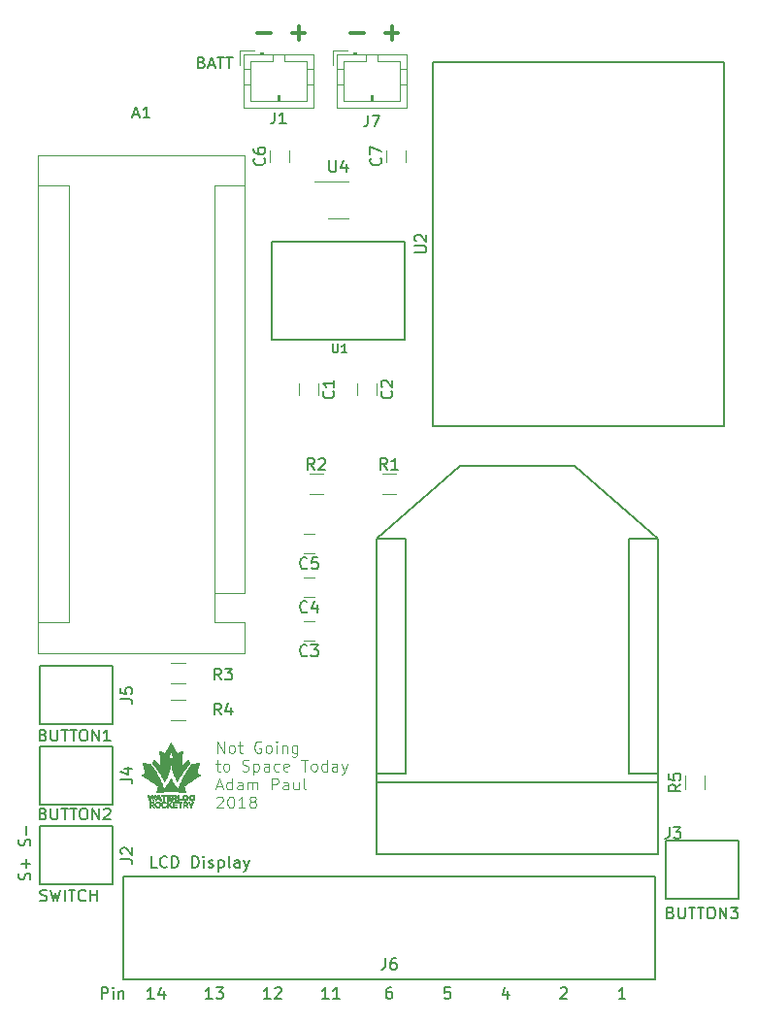
<source format=gto>
G04 #@! TF.FileFunction,Legend,Top*
%FSLAX46Y46*%
G04 Gerber Fmt 4.6, Leading zero omitted, Abs format (unit mm)*
G04 Created by KiCad (PCBNEW 4.0.7) date 04/09/18 23:53:00*
%MOMM*%
%LPD*%
G01*
G04 APERTURE LIST*
%ADD10C,0.100000*%
%ADD11C,0.300000*%
%ADD12C,0.150000*%
%ADD13C,0.120000*%
%ADD14C,0.203200*%
%ADD15C,0.010000*%
%ADD16C,0.152400*%
G04 APERTURE END LIST*
D10*
D11*
X84113428Y-59074857D02*
X82970571Y-59074857D01*
X83542000Y-58503429D02*
X83542000Y-59646286D01*
X81113428Y-59074857D02*
X79970571Y-59074857D01*
X92241428Y-59074857D02*
X91098571Y-59074857D01*
X91670000Y-58503429D02*
X91670000Y-59646286D01*
X89241428Y-59074857D02*
X88098571Y-59074857D01*
D12*
X116006905Y-135818571D02*
X116149762Y-135866190D01*
X116197381Y-135913810D01*
X116245000Y-136009048D01*
X116245000Y-136151905D01*
X116197381Y-136247143D01*
X116149762Y-136294762D01*
X116054524Y-136342381D01*
X115673571Y-136342381D01*
X115673571Y-135342381D01*
X116006905Y-135342381D01*
X116102143Y-135390000D01*
X116149762Y-135437619D01*
X116197381Y-135532857D01*
X116197381Y-135628095D01*
X116149762Y-135723333D01*
X116102143Y-135770952D01*
X116006905Y-135818571D01*
X115673571Y-135818571D01*
X116673571Y-135342381D02*
X116673571Y-136151905D01*
X116721190Y-136247143D01*
X116768809Y-136294762D01*
X116864047Y-136342381D01*
X117054524Y-136342381D01*
X117149762Y-136294762D01*
X117197381Y-136247143D01*
X117245000Y-136151905D01*
X117245000Y-135342381D01*
X117578333Y-135342381D02*
X118149762Y-135342381D01*
X117864047Y-136342381D02*
X117864047Y-135342381D01*
X118340238Y-135342381D02*
X118911667Y-135342381D01*
X118625952Y-136342381D02*
X118625952Y-135342381D01*
X119435476Y-135342381D02*
X119625953Y-135342381D01*
X119721191Y-135390000D01*
X119816429Y-135485238D01*
X119864048Y-135675714D01*
X119864048Y-136009048D01*
X119816429Y-136199524D01*
X119721191Y-136294762D01*
X119625953Y-136342381D01*
X119435476Y-136342381D01*
X119340238Y-136294762D01*
X119245000Y-136199524D01*
X119197381Y-136009048D01*
X119197381Y-135675714D01*
X119245000Y-135485238D01*
X119340238Y-135390000D01*
X119435476Y-135342381D01*
X120292619Y-136342381D02*
X120292619Y-135342381D01*
X120864048Y-136342381D01*
X120864048Y-135342381D01*
X121245000Y-135342381D02*
X121864048Y-135342381D01*
X121530714Y-135723333D01*
X121673572Y-135723333D01*
X121768810Y-135770952D01*
X121816429Y-135818571D01*
X121864048Y-135913810D01*
X121864048Y-136151905D01*
X121816429Y-136247143D01*
X121768810Y-136294762D01*
X121673572Y-136342381D01*
X121387857Y-136342381D01*
X121292619Y-136294762D01*
X121245000Y-136247143D01*
X60094762Y-132936952D02*
X60142381Y-132794095D01*
X60142381Y-132555999D01*
X60094762Y-132460761D01*
X60047143Y-132413142D01*
X59951905Y-132365523D01*
X59856667Y-132365523D01*
X59761429Y-132413142D01*
X59713810Y-132460761D01*
X59666190Y-132555999D01*
X59618571Y-132746476D01*
X59570952Y-132841714D01*
X59523333Y-132889333D01*
X59428095Y-132936952D01*
X59332857Y-132936952D01*
X59237619Y-132889333D01*
X59190000Y-132841714D01*
X59142381Y-132746476D01*
X59142381Y-132508380D01*
X59190000Y-132365523D01*
X59761429Y-131936952D02*
X59761429Y-131175047D01*
X60142381Y-131555999D02*
X59380476Y-131555999D01*
X60094762Y-129984571D02*
X60142381Y-129841714D01*
X60142381Y-129603618D01*
X60094762Y-129508380D01*
X60047143Y-129460761D01*
X59951905Y-129413142D01*
X59856667Y-129413142D01*
X59761429Y-129460761D01*
X59713810Y-129508380D01*
X59666190Y-129603618D01*
X59618571Y-129794095D01*
X59570952Y-129889333D01*
X59523333Y-129936952D01*
X59428095Y-129984571D01*
X59332857Y-129984571D01*
X59237619Y-129936952D01*
X59190000Y-129889333D01*
X59142381Y-129794095D01*
X59142381Y-129555999D01*
X59190000Y-129413142D01*
X59761429Y-128984571D02*
X59761429Y-128222666D01*
X61000000Y-134770762D02*
X61142857Y-134818381D01*
X61380953Y-134818381D01*
X61476191Y-134770762D01*
X61523810Y-134723143D01*
X61571429Y-134627905D01*
X61571429Y-134532667D01*
X61523810Y-134437429D01*
X61476191Y-134389810D01*
X61380953Y-134342190D01*
X61190476Y-134294571D01*
X61095238Y-134246952D01*
X61047619Y-134199333D01*
X61000000Y-134104095D01*
X61000000Y-134008857D01*
X61047619Y-133913619D01*
X61095238Y-133866000D01*
X61190476Y-133818381D01*
X61428572Y-133818381D01*
X61571429Y-133866000D01*
X61904762Y-133818381D02*
X62142857Y-134818381D01*
X62333334Y-134104095D01*
X62523810Y-134818381D01*
X62761905Y-133818381D01*
X63142857Y-134818381D02*
X63142857Y-133818381D01*
X63476190Y-133818381D02*
X64047619Y-133818381D01*
X63761904Y-134818381D02*
X63761904Y-133818381D01*
X64952381Y-134723143D02*
X64904762Y-134770762D01*
X64761905Y-134818381D01*
X64666667Y-134818381D01*
X64523809Y-134770762D01*
X64428571Y-134675524D01*
X64380952Y-134580286D01*
X64333333Y-134389810D01*
X64333333Y-134246952D01*
X64380952Y-134056476D01*
X64428571Y-133961238D01*
X64523809Y-133866000D01*
X64666667Y-133818381D01*
X64761905Y-133818381D01*
X64904762Y-133866000D01*
X64952381Y-133913619D01*
X65380952Y-134818381D02*
X65380952Y-133818381D01*
X65380952Y-134294571D02*
X65952381Y-134294571D01*
X65952381Y-134818381D02*
X65952381Y-133818381D01*
X61269905Y-127182571D02*
X61412762Y-127230190D01*
X61460381Y-127277810D01*
X61508000Y-127373048D01*
X61508000Y-127515905D01*
X61460381Y-127611143D01*
X61412762Y-127658762D01*
X61317524Y-127706381D01*
X60936571Y-127706381D01*
X60936571Y-126706381D01*
X61269905Y-126706381D01*
X61365143Y-126754000D01*
X61412762Y-126801619D01*
X61460381Y-126896857D01*
X61460381Y-126992095D01*
X61412762Y-127087333D01*
X61365143Y-127134952D01*
X61269905Y-127182571D01*
X60936571Y-127182571D01*
X61936571Y-126706381D02*
X61936571Y-127515905D01*
X61984190Y-127611143D01*
X62031809Y-127658762D01*
X62127047Y-127706381D01*
X62317524Y-127706381D01*
X62412762Y-127658762D01*
X62460381Y-127611143D01*
X62508000Y-127515905D01*
X62508000Y-126706381D01*
X62841333Y-126706381D02*
X63412762Y-126706381D01*
X63127047Y-127706381D02*
X63127047Y-126706381D01*
X63603238Y-126706381D02*
X64174667Y-126706381D01*
X63888952Y-127706381D02*
X63888952Y-126706381D01*
X64698476Y-126706381D02*
X64888953Y-126706381D01*
X64984191Y-126754000D01*
X65079429Y-126849238D01*
X65127048Y-127039714D01*
X65127048Y-127373048D01*
X65079429Y-127563524D01*
X64984191Y-127658762D01*
X64888953Y-127706381D01*
X64698476Y-127706381D01*
X64603238Y-127658762D01*
X64508000Y-127563524D01*
X64460381Y-127373048D01*
X64460381Y-127039714D01*
X64508000Y-126849238D01*
X64603238Y-126754000D01*
X64698476Y-126706381D01*
X65555619Y-127706381D02*
X65555619Y-126706381D01*
X66127048Y-127706381D01*
X66127048Y-126706381D01*
X66555619Y-126801619D02*
X66603238Y-126754000D01*
X66698476Y-126706381D01*
X66936572Y-126706381D01*
X67031810Y-126754000D01*
X67079429Y-126801619D01*
X67127048Y-126896857D01*
X67127048Y-126992095D01*
X67079429Y-127134952D01*
X66508000Y-127706381D01*
X67127048Y-127706381D01*
X61269905Y-120324571D02*
X61412762Y-120372190D01*
X61460381Y-120419810D01*
X61508000Y-120515048D01*
X61508000Y-120657905D01*
X61460381Y-120753143D01*
X61412762Y-120800762D01*
X61317524Y-120848381D01*
X60936571Y-120848381D01*
X60936571Y-119848381D01*
X61269905Y-119848381D01*
X61365143Y-119896000D01*
X61412762Y-119943619D01*
X61460381Y-120038857D01*
X61460381Y-120134095D01*
X61412762Y-120229333D01*
X61365143Y-120276952D01*
X61269905Y-120324571D01*
X60936571Y-120324571D01*
X61936571Y-119848381D02*
X61936571Y-120657905D01*
X61984190Y-120753143D01*
X62031809Y-120800762D01*
X62127047Y-120848381D01*
X62317524Y-120848381D01*
X62412762Y-120800762D01*
X62460381Y-120753143D01*
X62508000Y-120657905D01*
X62508000Y-119848381D01*
X62841333Y-119848381D02*
X63412762Y-119848381D01*
X63127047Y-120848381D02*
X63127047Y-119848381D01*
X63603238Y-119848381D02*
X64174667Y-119848381D01*
X63888952Y-120848381D02*
X63888952Y-119848381D01*
X64698476Y-119848381D02*
X64888953Y-119848381D01*
X64984191Y-119896000D01*
X65079429Y-119991238D01*
X65127048Y-120181714D01*
X65127048Y-120515048D01*
X65079429Y-120705524D01*
X64984191Y-120800762D01*
X64888953Y-120848381D01*
X64698476Y-120848381D01*
X64603238Y-120800762D01*
X64508000Y-120705524D01*
X64460381Y-120515048D01*
X64460381Y-120181714D01*
X64508000Y-119991238D01*
X64603238Y-119896000D01*
X64698476Y-119848381D01*
X65555619Y-120848381D02*
X65555619Y-119848381D01*
X66127048Y-120848381D01*
X66127048Y-119848381D01*
X67127048Y-120848381D02*
X66555619Y-120848381D01*
X66841333Y-120848381D02*
X66841333Y-119848381D01*
X66746095Y-119991238D01*
X66650857Y-120086476D01*
X66555619Y-120134095D01*
X75080953Y-61650571D02*
X75223810Y-61698190D01*
X75271429Y-61745810D01*
X75319048Y-61841048D01*
X75319048Y-61983905D01*
X75271429Y-62079143D01*
X75223810Y-62126762D01*
X75128572Y-62174381D01*
X74747619Y-62174381D01*
X74747619Y-61174381D01*
X75080953Y-61174381D01*
X75176191Y-61222000D01*
X75223810Y-61269619D01*
X75271429Y-61364857D01*
X75271429Y-61460095D01*
X75223810Y-61555333D01*
X75176191Y-61602952D01*
X75080953Y-61650571D01*
X74747619Y-61650571D01*
X75700000Y-61888667D02*
X76176191Y-61888667D01*
X75604762Y-62174381D02*
X75938095Y-61174381D01*
X76271429Y-62174381D01*
X76461905Y-61174381D02*
X77033334Y-61174381D01*
X76747619Y-62174381D02*
X76747619Y-61174381D01*
X77223810Y-61174381D02*
X77795239Y-61174381D01*
X77509524Y-62174381D02*
X77509524Y-61174381D01*
X112045715Y-143327381D02*
X111474286Y-143327381D01*
X111760000Y-143327381D02*
X111760000Y-142327381D01*
X111664762Y-142470238D01*
X111569524Y-142565476D01*
X111474286Y-142613095D01*
X106394286Y-142422619D02*
X106441905Y-142375000D01*
X106537143Y-142327381D01*
X106775239Y-142327381D01*
X106870477Y-142375000D01*
X106918096Y-142422619D01*
X106965715Y-142517857D01*
X106965715Y-142613095D01*
X106918096Y-142755952D01*
X106346667Y-143327381D01*
X106965715Y-143327381D01*
X101790477Y-142660714D02*
X101790477Y-143327381D01*
X101552381Y-142279762D02*
X101314286Y-142994048D01*
X101933334Y-142994048D01*
X96758096Y-142327381D02*
X96281905Y-142327381D01*
X96234286Y-142803571D01*
X96281905Y-142755952D01*
X96377143Y-142708333D01*
X96615239Y-142708333D01*
X96710477Y-142755952D01*
X96758096Y-142803571D01*
X96805715Y-142898810D01*
X96805715Y-143136905D01*
X96758096Y-143232143D01*
X96710477Y-143279762D01*
X96615239Y-143327381D01*
X96377143Y-143327381D01*
X96281905Y-143279762D01*
X96234286Y-143232143D01*
X91630477Y-142327381D02*
X91440000Y-142327381D01*
X91344762Y-142375000D01*
X91297143Y-142422619D01*
X91201905Y-142565476D01*
X91154286Y-142755952D01*
X91154286Y-143136905D01*
X91201905Y-143232143D01*
X91249524Y-143279762D01*
X91344762Y-143327381D01*
X91535239Y-143327381D01*
X91630477Y-143279762D01*
X91678096Y-143232143D01*
X91725715Y-143136905D01*
X91725715Y-142898810D01*
X91678096Y-142803571D01*
X91630477Y-142755952D01*
X91535239Y-142708333D01*
X91344762Y-142708333D01*
X91249524Y-142755952D01*
X91201905Y-142803571D01*
X91154286Y-142898810D01*
X86169524Y-143327381D02*
X85598095Y-143327381D01*
X85883809Y-143327381D02*
X85883809Y-142327381D01*
X85788571Y-142470238D01*
X85693333Y-142565476D01*
X85598095Y-142613095D01*
X87121905Y-143327381D02*
X86550476Y-143327381D01*
X86836190Y-143327381D02*
X86836190Y-142327381D01*
X86740952Y-142470238D01*
X86645714Y-142565476D01*
X86550476Y-142613095D01*
X81089524Y-143327381D02*
X80518095Y-143327381D01*
X80803809Y-143327381D02*
X80803809Y-142327381D01*
X80708571Y-142470238D01*
X80613333Y-142565476D01*
X80518095Y-142613095D01*
X81470476Y-142422619D02*
X81518095Y-142375000D01*
X81613333Y-142327381D01*
X81851429Y-142327381D01*
X81946667Y-142375000D01*
X81994286Y-142422619D01*
X82041905Y-142517857D01*
X82041905Y-142613095D01*
X81994286Y-142755952D01*
X81422857Y-143327381D01*
X82041905Y-143327381D01*
X76009524Y-143327381D02*
X75438095Y-143327381D01*
X75723809Y-143327381D02*
X75723809Y-142327381D01*
X75628571Y-142470238D01*
X75533333Y-142565476D01*
X75438095Y-142613095D01*
X76342857Y-142327381D02*
X76961905Y-142327381D01*
X76628571Y-142708333D01*
X76771429Y-142708333D01*
X76866667Y-142755952D01*
X76914286Y-142803571D01*
X76961905Y-142898810D01*
X76961905Y-143136905D01*
X76914286Y-143232143D01*
X76866667Y-143279762D01*
X76771429Y-143327381D01*
X76485714Y-143327381D01*
X76390476Y-143279762D01*
X76342857Y-143232143D01*
X70929524Y-143327381D02*
X70358095Y-143327381D01*
X70643809Y-143327381D02*
X70643809Y-142327381D01*
X70548571Y-142470238D01*
X70453333Y-142565476D01*
X70358095Y-142613095D01*
X71786667Y-142660714D02*
X71786667Y-143327381D01*
X71548571Y-142279762D02*
X71310476Y-142994048D01*
X71929524Y-142994048D01*
X66357619Y-143327381D02*
X66357619Y-142327381D01*
X66738572Y-142327381D01*
X66833810Y-142375000D01*
X66881429Y-142422619D01*
X66929048Y-142517857D01*
X66929048Y-142660714D01*
X66881429Y-142755952D01*
X66833810Y-142803571D01*
X66738572Y-142851190D01*
X66357619Y-142851190D01*
X67357619Y-143327381D02*
X67357619Y-142660714D01*
X67357619Y-142327381D02*
X67310000Y-142375000D01*
X67357619Y-142422619D01*
X67405238Y-142375000D01*
X67357619Y-142327381D01*
X67357619Y-142422619D01*
X67833809Y-142660714D02*
X67833809Y-143327381D01*
X67833809Y-142755952D02*
X67881428Y-142708333D01*
X67976666Y-142660714D01*
X68119524Y-142660714D01*
X68214762Y-142708333D01*
X68262381Y-142803571D01*
X68262381Y-143327381D01*
X71168095Y-131897381D02*
X70691904Y-131897381D01*
X70691904Y-130897381D01*
X72072857Y-131802143D02*
X72025238Y-131849762D01*
X71882381Y-131897381D01*
X71787143Y-131897381D01*
X71644285Y-131849762D01*
X71549047Y-131754524D01*
X71501428Y-131659286D01*
X71453809Y-131468810D01*
X71453809Y-131325952D01*
X71501428Y-131135476D01*
X71549047Y-131040238D01*
X71644285Y-130945000D01*
X71787143Y-130897381D01*
X71882381Y-130897381D01*
X72025238Y-130945000D01*
X72072857Y-130992619D01*
X72501428Y-131897381D02*
X72501428Y-130897381D01*
X72739523Y-130897381D01*
X72882381Y-130945000D01*
X72977619Y-131040238D01*
X73025238Y-131135476D01*
X73072857Y-131325952D01*
X73072857Y-131468810D01*
X73025238Y-131659286D01*
X72977619Y-131754524D01*
X72882381Y-131849762D01*
X72739523Y-131897381D01*
X72501428Y-131897381D01*
X74263333Y-131897381D02*
X74263333Y-130897381D01*
X74501428Y-130897381D01*
X74644286Y-130945000D01*
X74739524Y-131040238D01*
X74787143Y-131135476D01*
X74834762Y-131325952D01*
X74834762Y-131468810D01*
X74787143Y-131659286D01*
X74739524Y-131754524D01*
X74644286Y-131849762D01*
X74501428Y-131897381D01*
X74263333Y-131897381D01*
X75263333Y-131897381D02*
X75263333Y-131230714D01*
X75263333Y-130897381D02*
X75215714Y-130945000D01*
X75263333Y-130992619D01*
X75310952Y-130945000D01*
X75263333Y-130897381D01*
X75263333Y-130992619D01*
X75691904Y-131849762D02*
X75787142Y-131897381D01*
X75977618Y-131897381D01*
X76072857Y-131849762D01*
X76120476Y-131754524D01*
X76120476Y-131706905D01*
X76072857Y-131611667D01*
X75977618Y-131564048D01*
X75834761Y-131564048D01*
X75739523Y-131516429D01*
X75691904Y-131421190D01*
X75691904Y-131373571D01*
X75739523Y-131278333D01*
X75834761Y-131230714D01*
X75977618Y-131230714D01*
X76072857Y-131278333D01*
X76549047Y-131230714D02*
X76549047Y-132230714D01*
X76549047Y-131278333D02*
X76644285Y-131230714D01*
X76834762Y-131230714D01*
X76930000Y-131278333D01*
X76977619Y-131325952D01*
X77025238Y-131421190D01*
X77025238Y-131706905D01*
X76977619Y-131802143D01*
X76930000Y-131849762D01*
X76834762Y-131897381D01*
X76644285Y-131897381D01*
X76549047Y-131849762D01*
X77596666Y-131897381D02*
X77501428Y-131849762D01*
X77453809Y-131754524D01*
X77453809Y-130897381D01*
X78406191Y-131897381D02*
X78406191Y-131373571D01*
X78358572Y-131278333D01*
X78263334Y-131230714D01*
X78072857Y-131230714D01*
X77977619Y-131278333D01*
X78406191Y-131849762D02*
X78310953Y-131897381D01*
X78072857Y-131897381D01*
X77977619Y-131849762D01*
X77930000Y-131754524D01*
X77930000Y-131659286D01*
X77977619Y-131564048D01*
X78072857Y-131516429D01*
X78310953Y-131516429D01*
X78406191Y-131468810D01*
X78787143Y-131230714D02*
X79025238Y-131897381D01*
X79263334Y-131230714D02*
X79025238Y-131897381D01*
X78930000Y-132135476D01*
X78882381Y-132183095D01*
X78787143Y-132230714D01*
D10*
X76438095Y-121877381D02*
X76438095Y-120877381D01*
X77009524Y-121877381D01*
X77009524Y-120877381D01*
X77628571Y-121877381D02*
X77533333Y-121829762D01*
X77485714Y-121782143D01*
X77438095Y-121686905D01*
X77438095Y-121401190D01*
X77485714Y-121305952D01*
X77533333Y-121258333D01*
X77628571Y-121210714D01*
X77771429Y-121210714D01*
X77866667Y-121258333D01*
X77914286Y-121305952D01*
X77961905Y-121401190D01*
X77961905Y-121686905D01*
X77914286Y-121782143D01*
X77866667Y-121829762D01*
X77771429Y-121877381D01*
X77628571Y-121877381D01*
X78247619Y-121210714D02*
X78628571Y-121210714D01*
X78390476Y-120877381D02*
X78390476Y-121734524D01*
X78438095Y-121829762D01*
X78533333Y-121877381D01*
X78628571Y-121877381D01*
X80247620Y-120925000D02*
X80152382Y-120877381D01*
X80009525Y-120877381D01*
X79866667Y-120925000D01*
X79771429Y-121020238D01*
X79723810Y-121115476D01*
X79676191Y-121305952D01*
X79676191Y-121448810D01*
X79723810Y-121639286D01*
X79771429Y-121734524D01*
X79866667Y-121829762D01*
X80009525Y-121877381D01*
X80104763Y-121877381D01*
X80247620Y-121829762D01*
X80295239Y-121782143D01*
X80295239Y-121448810D01*
X80104763Y-121448810D01*
X80866667Y-121877381D02*
X80771429Y-121829762D01*
X80723810Y-121782143D01*
X80676191Y-121686905D01*
X80676191Y-121401190D01*
X80723810Y-121305952D01*
X80771429Y-121258333D01*
X80866667Y-121210714D01*
X81009525Y-121210714D01*
X81104763Y-121258333D01*
X81152382Y-121305952D01*
X81200001Y-121401190D01*
X81200001Y-121686905D01*
X81152382Y-121782143D01*
X81104763Y-121829762D01*
X81009525Y-121877381D01*
X80866667Y-121877381D01*
X81628572Y-121877381D02*
X81628572Y-121210714D01*
X81628572Y-120877381D02*
X81580953Y-120925000D01*
X81628572Y-120972619D01*
X81676191Y-120925000D01*
X81628572Y-120877381D01*
X81628572Y-120972619D01*
X82104762Y-121210714D02*
X82104762Y-121877381D01*
X82104762Y-121305952D02*
X82152381Y-121258333D01*
X82247619Y-121210714D01*
X82390477Y-121210714D01*
X82485715Y-121258333D01*
X82533334Y-121353571D01*
X82533334Y-121877381D01*
X83438096Y-121210714D02*
X83438096Y-122020238D01*
X83390477Y-122115476D01*
X83342858Y-122163095D01*
X83247619Y-122210714D01*
X83104762Y-122210714D01*
X83009524Y-122163095D01*
X83438096Y-121829762D02*
X83342858Y-121877381D01*
X83152381Y-121877381D01*
X83057143Y-121829762D01*
X83009524Y-121782143D01*
X82961905Y-121686905D01*
X82961905Y-121401190D01*
X83009524Y-121305952D01*
X83057143Y-121258333D01*
X83152381Y-121210714D01*
X83342858Y-121210714D01*
X83438096Y-121258333D01*
X76295238Y-122810714D02*
X76676190Y-122810714D01*
X76438095Y-122477381D02*
X76438095Y-123334524D01*
X76485714Y-123429762D01*
X76580952Y-123477381D01*
X76676190Y-123477381D01*
X77152381Y-123477381D02*
X77057143Y-123429762D01*
X77009524Y-123382143D01*
X76961905Y-123286905D01*
X76961905Y-123001190D01*
X77009524Y-122905952D01*
X77057143Y-122858333D01*
X77152381Y-122810714D01*
X77295239Y-122810714D01*
X77390477Y-122858333D01*
X77438096Y-122905952D01*
X77485715Y-123001190D01*
X77485715Y-123286905D01*
X77438096Y-123382143D01*
X77390477Y-123429762D01*
X77295239Y-123477381D01*
X77152381Y-123477381D01*
X78628572Y-123429762D02*
X78771429Y-123477381D01*
X79009525Y-123477381D01*
X79104763Y-123429762D01*
X79152382Y-123382143D01*
X79200001Y-123286905D01*
X79200001Y-123191667D01*
X79152382Y-123096429D01*
X79104763Y-123048810D01*
X79009525Y-123001190D01*
X78819048Y-122953571D01*
X78723810Y-122905952D01*
X78676191Y-122858333D01*
X78628572Y-122763095D01*
X78628572Y-122667857D01*
X78676191Y-122572619D01*
X78723810Y-122525000D01*
X78819048Y-122477381D01*
X79057144Y-122477381D01*
X79200001Y-122525000D01*
X79628572Y-122810714D02*
X79628572Y-123810714D01*
X79628572Y-122858333D02*
X79723810Y-122810714D01*
X79914287Y-122810714D01*
X80009525Y-122858333D01*
X80057144Y-122905952D01*
X80104763Y-123001190D01*
X80104763Y-123286905D01*
X80057144Y-123382143D01*
X80009525Y-123429762D01*
X79914287Y-123477381D01*
X79723810Y-123477381D01*
X79628572Y-123429762D01*
X80961906Y-123477381D02*
X80961906Y-122953571D01*
X80914287Y-122858333D01*
X80819049Y-122810714D01*
X80628572Y-122810714D01*
X80533334Y-122858333D01*
X80961906Y-123429762D02*
X80866668Y-123477381D01*
X80628572Y-123477381D01*
X80533334Y-123429762D01*
X80485715Y-123334524D01*
X80485715Y-123239286D01*
X80533334Y-123144048D01*
X80628572Y-123096429D01*
X80866668Y-123096429D01*
X80961906Y-123048810D01*
X81866668Y-123429762D02*
X81771430Y-123477381D01*
X81580953Y-123477381D01*
X81485715Y-123429762D01*
X81438096Y-123382143D01*
X81390477Y-123286905D01*
X81390477Y-123001190D01*
X81438096Y-122905952D01*
X81485715Y-122858333D01*
X81580953Y-122810714D01*
X81771430Y-122810714D01*
X81866668Y-122858333D01*
X82676192Y-123429762D02*
X82580954Y-123477381D01*
X82390477Y-123477381D01*
X82295239Y-123429762D01*
X82247620Y-123334524D01*
X82247620Y-122953571D01*
X82295239Y-122858333D01*
X82390477Y-122810714D01*
X82580954Y-122810714D01*
X82676192Y-122858333D01*
X82723811Y-122953571D01*
X82723811Y-123048810D01*
X82247620Y-123144048D01*
X83771430Y-122477381D02*
X84342859Y-122477381D01*
X84057144Y-123477381D02*
X84057144Y-122477381D01*
X84819049Y-123477381D02*
X84723811Y-123429762D01*
X84676192Y-123382143D01*
X84628573Y-123286905D01*
X84628573Y-123001190D01*
X84676192Y-122905952D01*
X84723811Y-122858333D01*
X84819049Y-122810714D01*
X84961907Y-122810714D01*
X85057145Y-122858333D01*
X85104764Y-122905952D01*
X85152383Y-123001190D01*
X85152383Y-123286905D01*
X85104764Y-123382143D01*
X85057145Y-123429762D01*
X84961907Y-123477381D01*
X84819049Y-123477381D01*
X86009526Y-123477381D02*
X86009526Y-122477381D01*
X86009526Y-123429762D02*
X85914288Y-123477381D01*
X85723811Y-123477381D01*
X85628573Y-123429762D01*
X85580954Y-123382143D01*
X85533335Y-123286905D01*
X85533335Y-123001190D01*
X85580954Y-122905952D01*
X85628573Y-122858333D01*
X85723811Y-122810714D01*
X85914288Y-122810714D01*
X86009526Y-122858333D01*
X86914288Y-123477381D02*
X86914288Y-122953571D01*
X86866669Y-122858333D01*
X86771431Y-122810714D01*
X86580954Y-122810714D01*
X86485716Y-122858333D01*
X86914288Y-123429762D02*
X86819050Y-123477381D01*
X86580954Y-123477381D01*
X86485716Y-123429762D01*
X86438097Y-123334524D01*
X86438097Y-123239286D01*
X86485716Y-123144048D01*
X86580954Y-123096429D01*
X86819050Y-123096429D01*
X86914288Y-123048810D01*
X87295240Y-122810714D02*
X87533335Y-123477381D01*
X87771431Y-122810714D02*
X87533335Y-123477381D01*
X87438097Y-123715476D01*
X87390478Y-123763095D01*
X87295240Y-123810714D01*
X76390476Y-124791667D02*
X76866667Y-124791667D01*
X76295238Y-125077381D02*
X76628571Y-124077381D01*
X76961905Y-125077381D01*
X77723810Y-125077381D02*
X77723810Y-124077381D01*
X77723810Y-125029762D02*
X77628572Y-125077381D01*
X77438095Y-125077381D01*
X77342857Y-125029762D01*
X77295238Y-124982143D01*
X77247619Y-124886905D01*
X77247619Y-124601190D01*
X77295238Y-124505952D01*
X77342857Y-124458333D01*
X77438095Y-124410714D01*
X77628572Y-124410714D01*
X77723810Y-124458333D01*
X78628572Y-125077381D02*
X78628572Y-124553571D01*
X78580953Y-124458333D01*
X78485715Y-124410714D01*
X78295238Y-124410714D01*
X78200000Y-124458333D01*
X78628572Y-125029762D02*
X78533334Y-125077381D01*
X78295238Y-125077381D01*
X78200000Y-125029762D01*
X78152381Y-124934524D01*
X78152381Y-124839286D01*
X78200000Y-124744048D01*
X78295238Y-124696429D01*
X78533334Y-124696429D01*
X78628572Y-124648810D01*
X79104762Y-125077381D02*
X79104762Y-124410714D01*
X79104762Y-124505952D02*
X79152381Y-124458333D01*
X79247619Y-124410714D01*
X79390477Y-124410714D01*
X79485715Y-124458333D01*
X79533334Y-124553571D01*
X79533334Y-125077381D01*
X79533334Y-124553571D02*
X79580953Y-124458333D01*
X79676191Y-124410714D01*
X79819048Y-124410714D01*
X79914286Y-124458333D01*
X79961905Y-124553571D01*
X79961905Y-125077381D01*
X81200000Y-125077381D02*
X81200000Y-124077381D01*
X81580953Y-124077381D01*
X81676191Y-124125000D01*
X81723810Y-124172619D01*
X81771429Y-124267857D01*
X81771429Y-124410714D01*
X81723810Y-124505952D01*
X81676191Y-124553571D01*
X81580953Y-124601190D01*
X81200000Y-124601190D01*
X82628572Y-125077381D02*
X82628572Y-124553571D01*
X82580953Y-124458333D01*
X82485715Y-124410714D01*
X82295238Y-124410714D01*
X82200000Y-124458333D01*
X82628572Y-125029762D02*
X82533334Y-125077381D01*
X82295238Y-125077381D01*
X82200000Y-125029762D01*
X82152381Y-124934524D01*
X82152381Y-124839286D01*
X82200000Y-124744048D01*
X82295238Y-124696429D01*
X82533334Y-124696429D01*
X82628572Y-124648810D01*
X83533334Y-124410714D02*
X83533334Y-125077381D01*
X83104762Y-124410714D02*
X83104762Y-124934524D01*
X83152381Y-125029762D01*
X83247619Y-125077381D01*
X83390477Y-125077381D01*
X83485715Y-125029762D01*
X83533334Y-124982143D01*
X84152381Y-125077381D02*
X84057143Y-125029762D01*
X84009524Y-124934524D01*
X84009524Y-124077381D01*
X76390476Y-125772619D02*
X76438095Y-125725000D01*
X76533333Y-125677381D01*
X76771429Y-125677381D01*
X76866667Y-125725000D01*
X76914286Y-125772619D01*
X76961905Y-125867857D01*
X76961905Y-125963095D01*
X76914286Y-126105952D01*
X76342857Y-126677381D01*
X76961905Y-126677381D01*
X77580952Y-125677381D02*
X77676191Y-125677381D01*
X77771429Y-125725000D01*
X77819048Y-125772619D01*
X77866667Y-125867857D01*
X77914286Y-126058333D01*
X77914286Y-126296429D01*
X77866667Y-126486905D01*
X77819048Y-126582143D01*
X77771429Y-126629762D01*
X77676191Y-126677381D01*
X77580952Y-126677381D01*
X77485714Y-126629762D01*
X77438095Y-126582143D01*
X77390476Y-126486905D01*
X77342857Y-126296429D01*
X77342857Y-126058333D01*
X77390476Y-125867857D01*
X77438095Y-125772619D01*
X77485714Y-125725000D01*
X77580952Y-125677381D01*
X78866667Y-126677381D02*
X78295238Y-126677381D01*
X78580952Y-126677381D02*
X78580952Y-125677381D01*
X78485714Y-125820238D01*
X78390476Y-125915476D01*
X78295238Y-125963095D01*
X79438095Y-126105952D02*
X79342857Y-126058333D01*
X79295238Y-126010714D01*
X79247619Y-125915476D01*
X79247619Y-125867857D01*
X79295238Y-125772619D01*
X79342857Y-125725000D01*
X79438095Y-125677381D01*
X79628572Y-125677381D01*
X79723810Y-125725000D01*
X79771429Y-125772619D01*
X79819048Y-125867857D01*
X79819048Y-125915476D01*
X79771429Y-126010714D01*
X79723810Y-126058333D01*
X79628572Y-126105952D01*
X79438095Y-126105952D01*
X79342857Y-126153571D01*
X79295238Y-126201190D01*
X79247619Y-126296429D01*
X79247619Y-126486905D01*
X79295238Y-126582143D01*
X79342857Y-126629762D01*
X79438095Y-126677381D01*
X79628572Y-126677381D01*
X79723810Y-126629762D01*
X79771429Y-126582143D01*
X79819048Y-126486905D01*
X79819048Y-126296429D01*
X79771429Y-126201190D01*
X79723810Y-126153571D01*
X79628572Y-126105952D01*
D12*
X68250000Y-141660000D02*
X114630000Y-141660000D01*
X68250000Y-132660000D02*
X114630000Y-132660000D01*
X68250000Y-132660000D02*
X68250000Y-141660000D01*
X114630000Y-132660000D02*
X114630000Y-141660000D01*
D13*
X76200000Y-107950000D02*
X76200000Y-110490000D01*
X76200000Y-110490000D02*
X78870000Y-110490000D01*
X78870000Y-107950000D02*
X78870000Y-69720000D01*
X78870000Y-113160000D02*
X78870000Y-110490000D01*
X63500000Y-110490000D02*
X60830000Y-110490000D01*
X63500000Y-110490000D02*
X63500000Y-72390000D01*
X63500000Y-72390000D02*
X60830000Y-72390000D01*
X76200000Y-107950000D02*
X78870000Y-107950000D01*
X76200000Y-107950000D02*
X76200000Y-72390000D01*
X76200000Y-72390000D02*
X78870000Y-72390000D01*
X78870000Y-69720000D02*
X60830000Y-69720000D01*
X60830000Y-69720000D02*
X60830000Y-113160000D01*
X60830000Y-113160000D02*
X78870000Y-113160000D01*
X85305000Y-90670000D02*
X85305000Y-89670000D01*
X83605000Y-89670000D02*
X83605000Y-90670000D01*
X90385000Y-90670000D02*
X90385000Y-89670000D01*
X88685000Y-89670000D02*
X88685000Y-90670000D01*
X83955000Y-112102000D02*
X84955000Y-112102000D01*
X84955000Y-110402000D02*
X83955000Y-110402000D01*
X83955000Y-108292000D02*
X84955000Y-108292000D01*
X84955000Y-106592000D02*
X83955000Y-106592000D01*
X83955000Y-104482000D02*
X84955000Y-104482000D01*
X84955000Y-102782000D02*
X83955000Y-102782000D01*
X81065000Y-69350000D02*
X81065000Y-70350000D01*
X82765000Y-70350000D02*
X82765000Y-69350000D01*
X91225000Y-69350000D02*
X91225000Y-70350000D01*
X92925000Y-70350000D02*
X92925000Y-69350000D01*
D12*
X60960000Y-133350000D02*
X67310000Y-133350000D01*
X67310000Y-133350000D02*
X67310000Y-128270000D01*
X67310000Y-128270000D02*
X60960000Y-128270000D01*
X60960000Y-133275000D02*
X60960000Y-128345000D01*
X121920000Y-129540000D02*
X115570000Y-129540000D01*
X115570000Y-129540000D02*
X115570000Y-134620000D01*
X115570000Y-134620000D02*
X121920000Y-134620000D01*
X121920000Y-129615000D02*
X121920000Y-134545000D01*
X60960000Y-126365000D02*
X67310000Y-126365000D01*
X67310000Y-126365000D02*
X67310000Y-121285000D01*
X67310000Y-121285000D02*
X60960000Y-121285000D01*
X60960000Y-126290000D02*
X60960000Y-121360000D01*
X60960000Y-119380000D02*
X67310000Y-119380000D01*
X67310000Y-119380000D02*
X67310000Y-114300000D01*
X67310000Y-114300000D02*
X60960000Y-114300000D01*
X60960000Y-119305000D02*
X60960000Y-114375000D01*
D13*
X92040000Y-99305000D02*
X90840000Y-99305000D01*
X90840000Y-97545000D02*
X92040000Y-97545000D01*
X85690000Y-99305000D02*
X84490000Y-99305000D01*
X84490000Y-97545000D02*
X85690000Y-97545000D01*
X73625000Y-115815000D02*
X72425000Y-115815000D01*
X72425000Y-114055000D02*
X73625000Y-114055000D01*
X73625000Y-118990000D02*
X72425000Y-118990000D01*
X72425000Y-117230000D02*
X73625000Y-117230000D01*
X118990000Y-123860000D02*
X118990000Y-125060000D01*
X117230000Y-125060000D02*
X117230000Y-123860000D01*
D12*
X120650000Y-93345000D02*
X95250000Y-93345000D01*
X120650000Y-61595000D02*
X95250000Y-61595000D01*
X120650000Y-61595000D02*
X120650000Y-93345000D01*
X95250000Y-61595000D02*
X95250000Y-93345000D01*
D14*
X92795000Y-85820000D02*
X81195000Y-85820000D01*
X81195000Y-77320000D02*
X92795000Y-77320000D01*
X92795000Y-85820000D02*
X92795000Y-77320000D01*
X81195000Y-85820000D02*
X81195000Y-77320000D01*
D15*
G36*
X71269483Y-126145705D02*
X71317615Y-126157425D01*
X71360790Y-126177407D01*
X71398351Y-126204709D01*
X71429643Y-126238386D01*
X71454009Y-126277497D01*
X71470792Y-126321099D01*
X71479337Y-126368248D01*
X71478985Y-126418002D01*
X71475606Y-126441776D01*
X71464014Y-126480915D01*
X71444679Y-126519600D01*
X71419305Y-126555442D01*
X71389596Y-126586054D01*
X71357255Y-126609047D01*
X71355621Y-126609942D01*
X71315445Y-126626535D01*
X71270560Y-126636375D01*
X71224156Y-126639103D01*
X71179419Y-126634360D01*
X71166251Y-126631280D01*
X71122252Y-126614519D01*
X71083705Y-126590046D01*
X71051094Y-126559012D01*
X71024906Y-126522571D01*
X71005627Y-126481874D01*
X70993743Y-126438073D01*
X70989739Y-126392320D01*
X70989918Y-126390400D01*
X71051428Y-126390400D01*
X71051715Y-126415749D01*
X71052922Y-126434037D01*
X71055567Y-126448356D01*
X71060165Y-126461797D01*
X71065312Y-126473386D01*
X71085593Y-126509622D01*
X71109072Y-126537649D01*
X71134152Y-126557342D01*
X71172288Y-126575972D01*
X71213356Y-126585491D01*
X71255528Y-126585768D01*
X71296978Y-126576668D01*
X71312930Y-126570380D01*
X71345131Y-126550812D01*
X71373946Y-126523348D01*
X71397233Y-126490173D01*
X71403565Y-126477867D01*
X71409733Y-126463659D01*
X71413711Y-126450748D01*
X71415966Y-126436218D01*
X71416966Y-126417151D01*
X71417180Y-126392940D01*
X71416940Y-126367236D01*
X71415888Y-126348692D01*
X71413523Y-126334311D01*
X71409347Y-126321097D01*
X71402857Y-126306053D01*
X71402579Y-126305450D01*
X71384717Y-126275866D01*
X71360244Y-126247840D01*
X71332150Y-126224397D01*
X71309233Y-126211046D01*
X71295281Y-126205532D01*
X71280519Y-126202137D01*
X71261911Y-126200411D01*
X71236418Y-126199901D01*
X71234300Y-126199900D01*
X71209626Y-126200209D01*
X71191916Y-126201515D01*
X71177981Y-126204379D01*
X71164633Y-126209366D01*
X71154927Y-126213931D01*
X71125059Y-126233254D01*
X71097267Y-126259855D01*
X71074282Y-126290874D01*
X71065038Y-126308012D01*
X71058713Y-126322662D01*
X71054699Y-126336011D01*
X71052487Y-126351131D01*
X71051571Y-126371097D01*
X71051428Y-126390400D01*
X70989918Y-126390400D01*
X70994101Y-126345767D01*
X71007316Y-126299567D01*
X71017081Y-126277582D01*
X71043177Y-126236286D01*
X71076165Y-126201749D01*
X71114832Y-126174605D01*
X71157965Y-126155487D01*
X71204351Y-126145031D01*
X71252775Y-126143871D01*
X71269483Y-126145705D01*
X71269483Y-126145705D01*
G37*
X71269483Y-126145705D02*
X71317615Y-126157425D01*
X71360790Y-126177407D01*
X71398351Y-126204709D01*
X71429643Y-126238386D01*
X71454009Y-126277497D01*
X71470792Y-126321099D01*
X71479337Y-126368248D01*
X71478985Y-126418002D01*
X71475606Y-126441776D01*
X71464014Y-126480915D01*
X71444679Y-126519600D01*
X71419305Y-126555442D01*
X71389596Y-126586054D01*
X71357255Y-126609047D01*
X71355621Y-126609942D01*
X71315445Y-126626535D01*
X71270560Y-126636375D01*
X71224156Y-126639103D01*
X71179419Y-126634360D01*
X71166251Y-126631280D01*
X71122252Y-126614519D01*
X71083705Y-126590046D01*
X71051094Y-126559012D01*
X71024906Y-126522571D01*
X71005627Y-126481874D01*
X70993743Y-126438073D01*
X70989739Y-126392320D01*
X70989918Y-126390400D01*
X71051428Y-126390400D01*
X71051715Y-126415749D01*
X71052922Y-126434037D01*
X71055567Y-126448356D01*
X71060165Y-126461797D01*
X71065312Y-126473386D01*
X71085593Y-126509622D01*
X71109072Y-126537649D01*
X71134152Y-126557342D01*
X71172288Y-126575972D01*
X71213356Y-126585491D01*
X71255528Y-126585768D01*
X71296978Y-126576668D01*
X71312930Y-126570380D01*
X71345131Y-126550812D01*
X71373946Y-126523348D01*
X71397233Y-126490173D01*
X71403565Y-126477867D01*
X71409733Y-126463659D01*
X71413711Y-126450748D01*
X71415966Y-126436218D01*
X71416966Y-126417151D01*
X71417180Y-126392940D01*
X71416940Y-126367236D01*
X71415888Y-126348692D01*
X71413523Y-126334311D01*
X71409347Y-126321097D01*
X71402857Y-126306053D01*
X71402579Y-126305450D01*
X71384717Y-126275866D01*
X71360244Y-126247840D01*
X71332150Y-126224397D01*
X71309233Y-126211046D01*
X71295281Y-126205532D01*
X71280519Y-126202137D01*
X71261911Y-126200411D01*
X71236418Y-126199901D01*
X71234300Y-126199900D01*
X71209626Y-126200209D01*
X71191916Y-126201515D01*
X71177981Y-126204379D01*
X71164633Y-126209366D01*
X71154927Y-126213931D01*
X71125059Y-126233254D01*
X71097267Y-126259855D01*
X71074282Y-126290874D01*
X71065038Y-126308012D01*
X71058713Y-126322662D01*
X71054699Y-126336011D01*
X71052487Y-126351131D01*
X71051571Y-126371097D01*
X71051428Y-126390400D01*
X70989918Y-126390400D01*
X70994101Y-126345767D01*
X71007316Y-126299567D01*
X71017081Y-126277582D01*
X71043177Y-126236286D01*
X71076165Y-126201749D01*
X71114832Y-126174605D01*
X71157965Y-126155487D01*
X71204351Y-126145031D01*
X71252775Y-126143871D01*
X71269483Y-126145705D01*
G36*
X71838697Y-126146833D02*
X71882559Y-126158926D01*
X71923489Y-126179265D01*
X71953609Y-126201980D01*
X71975980Y-126222066D01*
X71957269Y-126241038D01*
X71946122Y-126251902D01*
X71939061Y-126256423D01*
X71933153Y-126255599D01*
X71926789Y-126251401D01*
X71894044Y-126228936D01*
X71865614Y-126213221D01*
X71839067Y-126203407D01*
X71811973Y-126198646D01*
X71781902Y-126198089D01*
X71775047Y-126198422D01*
X71734855Y-126204526D01*
X71700176Y-126218415D01*
X71669030Y-126241033D01*
X71654063Y-126256021D01*
X71632103Y-126283861D01*
X71617385Y-126312481D01*
X71608950Y-126344546D01*
X71605841Y-126382723D01*
X71605772Y-126390400D01*
X71608284Y-126431255D01*
X71616399Y-126465919D01*
X71630986Y-126497188D01*
X71645623Y-126518699D01*
X71672253Y-126545642D01*
X71705431Y-126566687D01*
X71742818Y-126580856D01*
X71782073Y-126587172D01*
X71808095Y-126586541D01*
X71840742Y-126579483D01*
X71874770Y-126565985D01*
X71905825Y-126547996D01*
X71921142Y-126535928D01*
X71941251Y-126517761D01*
X71960163Y-126537130D01*
X71979076Y-126556498D01*
X71959923Y-126573315D01*
X71919507Y-126603553D01*
X71877458Y-126624216D01*
X71832234Y-126635888D01*
X71786214Y-126639188D01*
X71753604Y-126637632D01*
X71725698Y-126632670D01*
X71708120Y-126627409D01*
X71664738Y-126607633D01*
X71627458Y-126580656D01*
X71596622Y-126547646D01*
X71572571Y-126509769D01*
X71555646Y-126468193D01*
X71546189Y-126424086D01*
X71544541Y-126378616D01*
X71551044Y-126332949D01*
X71566039Y-126288254D01*
X71589867Y-126245698D01*
X71594581Y-126239086D01*
X71625799Y-126204834D01*
X71662724Y-126177934D01*
X71703916Y-126158535D01*
X71747936Y-126146786D01*
X71793343Y-126142836D01*
X71838697Y-126146833D01*
X71838697Y-126146833D01*
G37*
X71838697Y-126146833D02*
X71882559Y-126158926D01*
X71923489Y-126179265D01*
X71953609Y-126201980D01*
X71975980Y-126222066D01*
X71957269Y-126241038D01*
X71946122Y-126251902D01*
X71939061Y-126256423D01*
X71933153Y-126255599D01*
X71926789Y-126251401D01*
X71894044Y-126228936D01*
X71865614Y-126213221D01*
X71839067Y-126203407D01*
X71811973Y-126198646D01*
X71781902Y-126198089D01*
X71775047Y-126198422D01*
X71734855Y-126204526D01*
X71700176Y-126218415D01*
X71669030Y-126241033D01*
X71654063Y-126256021D01*
X71632103Y-126283861D01*
X71617385Y-126312481D01*
X71608950Y-126344546D01*
X71605841Y-126382723D01*
X71605772Y-126390400D01*
X71608284Y-126431255D01*
X71616399Y-126465919D01*
X71630986Y-126497188D01*
X71645623Y-126518699D01*
X71672253Y-126545642D01*
X71705431Y-126566687D01*
X71742818Y-126580856D01*
X71782073Y-126587172D01*
X71808095Y-126586541D01*
X71840742Y-126579483D01*
X71874770Y-126565985D01*
X71905825Y-126547996D01*
X71921142Y-126535928D01*
X71941251Y-126517761D01*
X71960163Y-126537130D01*
X71979076Y-126556498D01*
X71959923Y-126573315D01*
X71919507Y-126603553D01*
X71877458Y-126624216D01*
X71832234Y-126635888D01*
X71786214Y-126639188D01*
X71753604Y-126637632D01*
X71725698Y-126632670D01*
X71708120Y-126627409D01*
X71664738Y-126607633D01*
X71627458Y-126580656D01*
X71596622Y-126547646D01*
X71572571Y-126509769D01*
X71555646Y-126468193D01*
X71546189Y-126424086D01*
X71544541Y-126378616D01*
X71551044Y-126332949D01*
X71566039Y-126288254D01*
X71589867Y-126245698D01*
X71594581Y-126239086D01*
X71625799Y-126204834D01*
X71662724Y-126177934D01*
X71703916Y-126158535D01*
X71747936Y-126146786D01*
X71793343Y-126142836D01*
X71838697Y-126146833D01*
G36*
X70689494Y-126151722D02*
X70720811Y-126152036D01*
X70745062Y-126152682D01*
X70763795Y-126153760D01*
X70778555Y-126155370D01*
X70790891Y-126157611D01*
X70802348Y-126160584D01*
X70806300Y-126161774D01*
X70842374Y-126177510D01*
X70870984Y-126199822D01*
X70891674Y-126228109D01*
X70903989Y-126261767D01*
X70907536Y-126295474D01*
X70902913Y-126333243D01*
X70889442Y-126366468D01*
X70867724Y-126394343D01*
X70838358Y-126416064D01*
X70808025Y-126429027D01*
X70780717Y-126437635D01*
X70850413Y-126529587D01*
X70870649Y-126556346D01*
X70888906Y-126580605D01*
X70904258Y-126601122D01*
X70915776Y-126616655D01*
X70922533Y-126625962D01*
X70923834Y-126627890D01*
X70923409Y-126631362D01*
X70916129Y-126633313D01*
X70900605Y-126634016D01*
X70892969Y-126634019D01*
X70858380Y-126633799D01*
X70788483Y-126540039D01*
X70718586Y-126446280D01*
X70586829Y-126446280D01*
X70585444Y-126538990D01*
X70584060Y-126631700D01*
X70558464Y-126633198D01*
X70543070Y-126633397D01*
X70532125Y-126632246D01*
X70529254Y-126631081D01*
X70528523Y-126625419D01*
X70527841Y-126610610D01*
X70527223Y-126587670D01*
X70526686Y-126557612D01*
X70526244Y-126521451D01*
X70525912Y-126480199D01*
X70525706Y-126434872D01*
X70525650Y-126396286D01*
X70586600Y-126396286D01*
X70679310Y-126394613D01*
X70712748Y-126393918D01*
X70737804Y-126393073D01*
X70756253Y-126391874D01*
X70769873Y-126390111D01*
X70780439Y-126387579D01*
X70789728Y-126384071D01*
X70796288Y-126380989D01*
X70821512Y-126363797D01*
X70838994Y-126342023D01*
X70848762Y-126317378D01*
X70850844Y-126291569D01*
X70845269Y-126266308D01*
X70832064Y-126243303D01*
X70811258Y-126224264D01*
X70793545Y-126214772D01*
X70783235Y-126211285D01*
X70770046Y-126208623D01*
X70752344Y-126206626D01*
X70728498Y-126205134D01*
X70696874Y-126203985D01*
X70679310Y-126203529D01*
X70586600Y-126201326D01*
X70586600Y-126396286D01*
X70525650Y-126396286D01*
X70525640Y-126389553D01*
X70525640Y-126151640D01*
X70649564Y-126151640D01*
X70689494Y-126151722D01*
X70689494Y-126151722D01*
G37*
X70689494Y-126151722D02*
X70720811Y-126152036D01*
X70745062Y-126152682D01*
X70763795Y-126153760D01*
X70778555Y-126155370D01*
X70790891Y-126157611D01*
X70802348Y-126160584D01*
X70806300Y-126161774D01*
X70842374Y-126177510D01*
X70870984Y-126199822D01*
X70891674Y-126228109D01*
X70903989Y-126261767D01*
X70907536Y-126295474D01*
X70902913Y-126333243D01*
X70889442Y-126366468D01*
X70867724Y-126394343D01*
X70838358Y-126416064D01*
X70808025Y-126429027D01*
X70780717Y-126437635D01*
X70850413Y-126529587D01*
X70870649Y-126556346D01*
X70888906Y-126580605D01*
X70904258Y-126601122D01*
X70915776Y-126616655D01*
X70922533Y-126625962D01*
X70923834Y-126627890D01*
X70923409Y-126631362D01*
X70916129Y-126633313D01*
X70900605Y-126634016D01*
X70892969Y-126634019D01*
X70858380Y-126633799D01*
X70788483Y-126540039D01*
X70718586Y-126446280D01*
X70586829Y-126446280D01*
X70585444Y-126538990D01*
X70584060Y-126631700D01*
X70558464Y-126633198D01*
X70543070Y-126633397D01*
X70532125Y-126632246D01*
X70529254Y-126631081D01*
X70528523Y-126625419D01*
X70527841Y-126610610D01*
X70527223Y-126587670D01*
X70526686Y-126557612D01*
X70526244Y-126521451D01*
X70525912Y-126480199D01*
X70525706Y-126434872D01*
X70525650Y-126396286D01*
X70586600Y-126396286D01*
X70679310Y-126394613D01*
X70712748Y-126393918D01*
X70737804Y-126393073D01*
X70756253Y-126391874D01*
X70769873Y-126390111D01*
X70780439Y-126387579D01*
X70789728Y-126384071D01*
X70796288Y-126380989D01*
X70821512Y-126363797D01*
X70838994Y-126342023D01*
X70848762Y-126317378D01*
X70850844Y-126291569D01*
X70845269Y-126266308D01*
X70832064Y-126243303D01*
X70811258Y-126224264D01*
X70793545Y-126214772D01*
X70783235Y-126211285D01*
X70770046Y-126208623D01*
X70752344Y-126206626D01*
X70728498Y-126205134D01*
X70696874Y-126203985D01*
X70679310Y-126203529D01*
X70586600Y-126201326D01*
X70586600Y-126396286D01*
X70525650Y-126396286D01*
X70525640Y-126389553D01*
X70525640Y-126151640D01*
X70649564Y-126151640D01*
X70689494Y-126151722D01*
G36*
X72395011Y-126231472D02*
X72370276Y-126256690D01*
X72346375Y-126281150D01*
X72324784Y-126303335D01*
X72306976Y-126321729D01*
X72294425Y-126334818D01*
X72292107Y-126337268D01*
X72268012Y-126362877D01*
X72372126Y-126493867D01*
X72397235Y-126525488D01*
X72420341Y-126554645D01*
X72440676Y-126580365D01*
X72457474Y-126601678D01*
X72469970Y-126617610D01*
X72477397Y-126627192D01*
X72479139Y-126629548D01*
X72476050Y-126631954D01*
X72464761Y-126633613D01*
X72447225Y-126634239D01*
X72446997Y-126634240D01*
X72411954Y-126634240D01*
X72321476Y-126519940D01*
X72298184Y-126490648D01*
X72276897Y-126464132D01*
X72258433Y-126441392D01*
X72243613Y-126423427D01*
X72233254Y-126411237D01*
X72228176Y-126405822D01*
X72227853Y-126405640D01*
X72223318Y-126409045D01*
X72213054Y-126418388D01*
X72198449Y-126432357D01*
X72180894Y-126449640D01*
X72175274Y-126455260D01*
X72125840Y-126504881D01*
X72125840Y-126634240D01*
X72069960Y-126634240D01*
X72069960Y-126151640D01*
X72125679Y-126151640D01*
X72127029Y-126292181D01*
X72128380Y-126432722D01*
X72262922Y-126293451D01*
X72397465Y-126154180D01*
X72435642Y-126152732D01*
X72473820Y-126151284D01*
X72395011Y-126231472D01*
X72395011Y-126231472D01*
G37*
X72395011Y-126231472D02*
X72370276Y-126256690D01*
X72346375Y-126281150D01*
X72324784Y-126303335D01*
X72306976Y-126321729D01*
X72294425Y-126334818D01*
X72292107Y-126337268D01*
X72268012Y-126362877D01*
X72372126Y-126493867D01*
X72397235Y-126525488D01*
X72420341Y-126554645D01*
X72440676Y-126580365D01*
X72457474Y-126601678D01*
X72469970Y-126617610D01*
X72477397Y-126627192D01*
X72479139Y-126629548D01*
X72476050Y-126631954D01*
X72464761Y-126633613D01*
X72447225Y-126634239D01*
X72446997Y-126634240D01*
X72411954Y-126634240D01*
X72321476Y-126519940D01*
X72298184Y-126490648D01*
X72276897Y-126464132D01*
X72258433Y-126441392D01*
X72243613Y-126423427D01*
X72233254Y-126411237D01*
X72228176Y-126405822D01*
X72227853Y-126405640D01*
X72223318Y-126409045D01*
X72213054Y-126418388D01*
X72198449Y-126432357D01*
X72180894Y-126449640D01*
X72175274Y-126455260D01*
X72125840Y-126504881D01*
X72125840Y-126634240D01*
X72069960Y-126634240D01*
X72069960Y-126151640D01*
X72125679Y-126151640D01*
X72127029Y-126292181D01*
X72128380Y-126432722D01*
X72262922Y-126293451D01*
X72397465Y-126154180D01*
X72435642Y-126152732D01*
X72473820Y-126151284D01*
X72395011Y-126231472D01*
G36*
X72913240Y-126202440D02*
X72618600Y-126202440D01*
X72618600Y-126365000D01*
X72883316Y-126365000D01*
X72880220Y-126413260D01*
X72749410Y-126414615D01*
X72618600Y-126415971D01*
X72618600Y-126578360D01*
X72913240Y-126578360D01*
X72913240Y-126634240D01*
X72562720Y-126634240D01*
X72562720Y-126151640D01*
X72913240Y-126151640D01*
X72913240Y-126202440D01*
X72913240Y-126202440D01*
G37*
X72913240Y-126202440D02*
X72618600Y-126202440D01*
X72618600Y-126365000D01*
X72883316Y-126365000D01*
X72880220Y-126413260D01*
X72749410Y-126414615D01*
X72618600Y-126415971D01*
X72618600Y-126578360D01*
X72913240Y-126578360D01*
X72913240Y-126634240D01*
X72562720Y-126634240D01*
X72562720Y-126151640D01*
X72913240Y-126151640D01*
X72913240Y-126202440D01*
G36*
X73365360Y-126202440D02*
X73202800Y-126202440D01*
X73202800Y-126634240D01*
X73146920Y-126634240D01*
X73146920Y-126202440D01*
X72984360Y-126202440D01*
X72984360Y-126151640D01*
X73365360Y-126151640D01*
X73365360Y-126202440D01*
X73365360Y-126202440D01*
G37*
X73365360Y-126202440D02*
X73202800Y-126202440D01*
X73202800Y-126634240D01*
X73146920Y-126634240D01*
X73146920Y-126202440D01*
X72984360Y-126202440D01*
X72984360Y-126151640D01*
X73365360Y-126151640D01*
X73365360Y-126202440D01*
G36*
X73633112Y-126151906D02*
X73671619Y-126152877D01*
X73702676Y-126154811D01*
X73727632Y-126157966D01*
X73747839Y-126162599D01*
X73764646Y-126168970D01*
X73779403Y-126177337D01*
X73793460Y-126187957D01*
X73798529Y-126192311D01*
X73821957Y-126217578D01*
X73836552Y-126245266D01*
X73843318Y-126277619D01*
X73844075Y-126294133D01*
X73839669Y-126331948D01*
X73826382Y-126365353D01*
X73804857Y-126393477D01*
X73775735Y-126415449D01*
X73744612Y-126428918D01*
X73717650Y-126437417D01*
X73790425Y-126533988D01*
X73810814Y-126561118D01*
X73828999Y-126585457D01*
X73844136Y-126605864D01*
X73855384Y-126621201D01*
X73861900Y-126630329D01*
X73863200Y-126632399D01*
X73858557Y-126633291D01*
X73846372Y-126633873D01*
X73829264Y-126634022D01*
X73828910Y-126634019D01*
X73794620Y-126633799D01*
X73724723Y-126540039D01*
X73654826Y-126446280D01*
X73523069Y-126446280D01*
X73521684Y-126538990D01*
X73520300Y-126631700D01*
X73494704Y-126633198D01*
X73479310Y-126633397D01*
X73468365Y-126632246D01*
X73465494Y-126631081D01*
X73464763Y-126625419D01*
X73464081Y-126610610D01*
X73463463Y-126587670D01*
X73462926Y-126557612D01*
X73462484Y-126521451D01*
X73462152Y-126480199D01*
X73461946Y-126434872D01*
X73461890Y-126396286D01*
X73522840Y-126396286D01*
X73615550Y-126394612D01*
X73649461Y-126393881D01*
X73674978Y-126392959D01*
X73693868Y-126391657D01*
X73707895Y-126389784D01*
X73718826Y-126387151D01*
X73728428Y-126383566D01*
X73731671Y-126382112D01*
X73756795Y-126365711D01*
X73774364Y-126344409D01*
X73784399Y-126319962D01*
X73786920Y-126294123D01*
X73781945Y-126268645D01*
X73769496Y-126245284D01*
X73749591Y-126225793D01*
X73729785Y-126214772D01*
X73719475Y-126211285D01*
X73706286Y-126208623D01*
X73688584Y-126206626D01*
X73664738Y-126205134D01*
X73633114Y-126203985D01*
X73615550Y-126203529D01*
X73522840Y-126201326D01*
X73522840Y-126396286D01*
X73461890Y-126396286D01*
X73461880Y-126389553D01*
X73461880Y-126151640D01*
X73585804Y-126151640D01*
X73633112Y-126151906D01*
X73633112Y-126151906D01*
G37*
X73633112Y-126151906D02*
X73671619Y-126152877D01*
X73702676Y-126154811D01*
X73727632Y-126157966D01*
X73747839Y-126162599D01*
X73764646Y-126168970D01*
X73779403Y-126177337D01*
X73793460Y-126187957D01*
X73798529Y-126192311D01*
X73821957Y-126217578D01*
X73836552Y-126245266D01*
X73843318Y-126277619D01*
X73844075Y-126294133D01*
X73839669Y-126331948D01*
X73826382Y-126365353D01*
X73804857Y-126393477D01*
X73775735Y-126415449D01*
X73744612Y-126428918D01*
X73717650Y-126437417D01*
X73790425Y-126533988D01*
X73810814Y-126561118D01*
X73828999Y-126585457D01*
X73844136Y-126605864D01*
X73855384Y-126621201D01*
X73861900Y-126630329D01*
X73863200Y-126632399D01*
X73858557Y-126633291D01*
X73846372Y-126633873D01*
X73829264Y-126634022D01*
X73828910Y-126634019D01*
X73794620Y-126633799D01*
X73724723Y-126540039D01*
X73654826Y-126446280D01*
X73523069Y-126446280D01*
X73521684Y-126538990D01*
X73520300Y-126631700D01*
X73494704Y-126633198D01*
X73479310Y-126633397D01*
X73468365Y-126632246D01*
X73465494Y-126631081D01*
X73464763Y-126625419D01*
X73464081Y-126610610D01*
X73463463Y-126587670D01*
X73462926Y-126557612D01*
X73462484Y-126521451D01*
X73462152Y-126480199D01*
X73461946Y-126434872D01*
X73461890Y-126396286D01*
X73522840Y-126396286D01*
X73615550Y-126394612D01*
X73649461Y-126393881D01*
X73674978Y-126392959D01*
X73693868Y-126391657D01*
X73707895Y-126389784D01*
X73718826Y-126387151D01*
X73728428Y-126383566D01*
X73731671Y-126382112D01*
X73756795Y-126365711D01*
X73774364Y-126344409D01*
X73784399Y-126319962D01*
X73786920Y-126294123D01*
X73781945Y-126268645D01*
X73769496Y-126245284D01*
X73749591Y-126225793D01*
X73729785Y-126214772D01*
X73719475Y-126211285D01*
X73706286Y-126208623D01*
X73688584Y-126206626D01*
X73664738Y-126205134D01*
X73633114Y-126203985D01*
X73615550Y-126203529D01*
X73522840Y-126201326D01*
X73522840Y-126396286D01*
X73461890Y-126396286D01*
X73461880Y-126389553D01*
X73461880Y-126151640D01*
X73585804Y-126151640D01*
X73633112Y-126151906D01*
G36*
X74337906Y-126165610D02*
X74332823Y-126173180D01*
X74322749Y-126187963D01*
X74308468Y-126208813D01*
X74290767Y-126234584D01*
X74270432Y-126264132D01*
X74248248Y-126296313D01*
X74238261Y-126310783D01*
X74147680Y-126441987D01*
X74147680Y-126634240D01*
X74091800Y-126634240D01*
X74091800Y-126443639D01*
X73992740Y-126299997D01*
X73969457Y-126266163D01*
X73948121Y-126235018D01*
X73929393Y-126207539D01*
X73913935Y-126184702D01*
X73902409Y-126167483D01*
X73895475Y-126156859D01*
X73893680Y-126153765D01*
X73898312Y-126152667D01*
X73910457Y-126152276D01*
X73927487Y-126152677D01*
X73927506Y-126152677D01*
X73961333Y-126154180D01*
X74120109Y-126388858D01*
X74200950Y-126270249D01*
X74281792Y-126151640D01*
X74346968Y-126151640D01*
X74337906Y-126165610D01*
X74337906Y-126165610D01*
G37*
X74337906Y-126165610D02*
X74332823Y-126173180D01*
X74322749Y-126187963D01*
X74308468Y-126208813D01*
X74290767Y-126234584D01*
X74270432Y-126264132D01*
X74248248Y-126296313D01*
X74238261Y-126310783D01*
X74147680Y-126441987D01*
X74147680Y-126634240D01*
X74091800Y-126634240D01*
X74091800Y-126443639D01*
X73992740Y-126299997D01*
X73969457Y-126266163D01*
X73948121Y-126235018D01*
X73929393Y-126207539D01*
X73913935Y-126184702D01*
X73902409Y-126167483D01*
X73895475Y-126156859D01*
X73893680Y-126153765D01*
X73898312Y-126152667D01*
X73910457Y-126152276D01*
X73927487Y-126152677D01*
X73927506Y-126152677D01*
X73961333Y-126154180D01*
X74120109Y-126388858D01*
X74200950Y-126270249D01*
X74281792Y-126151640D01*
X74346968Y-126151640D01*
X74337906Y-126165610D01*
G36*
X73695954Y-125530711D02*
X73723523Y-125539324D01*
X73769228Y-125561578D01*
X73808222Y-125590920D01*
X73839943Y-125626405D01*
X73863828Y-125667087D01*
X73879314Y-125712023D01*
X73885837Y-125760267D01*
X73883339Y-125807473D01*
X73871798Y-125853844D01*
X73851402Y-125896725D01*
X73823177Y-125934985D01*
X73788151Y-125967493D01*
X73747350Y-125993118D01*
X73701801Y-126010728D01*
X73697888Y-126011781D01*
X73668477Y-126016879D01*
X73634133Y-126018901D01*
X73599253Y-126017849D01*
X73568236Y-126013724D01*
X73559743Y-126011728D01*
X73516806Y-125995308D01*
X73476204Y-125970566D01*
X73440293Y-125939278D01*
X73411431Y-125903222D01*
X73407485Y-125896897D01*
X73388682Y-125856012D01*
X73378067Y-125811145D01*
X73375970Y-125770640D01*
X73490442Y-125770640D01*
X73492053Y-125801929D01*
X73497269Y-125826597D01*
X73507236Y-125847878D01*
X73523101Y-125869009D01*
X73526765Y-125873150D01*
X73553869Y-125895975D01*
X73585948Y-125911167D01*
X73620828Y-125918314D01*
X73656339Y-125917006D01*
X73690309Y-125906832D01*
X73694443Y-125904865D01*
X73725157Y-125884295D01*
X73748197Y-125857154D01*
X73763384Y-125823725D01*
X73770540Y-125784293D01*
X73770649Y-125782725D01*
X73769430Y-125743231D01*
X73759977Y-125709032D01*
X73741926Y-125678997D01*
X73734461Y-125670281D01*
X73712915Y-125649603D01*
X73691856Y-125636224D01*
X73668161Y-125628826D01*
X73638709Y-125626091D01*
X73629520Y-125625981D01*
X73597465Y-125627818D01*
X73572140Y-125634075D01*
X73550668Y-125645872D01*
X73530169Y-125664327D01*
X73529737Y-125664784D01*
X73510111Y-125689205D01*
X73497808Y-125714248D01*
X73491677Y-125743013D01*
X73490442Y-125770640D01*
X73375970Y-125770640D01*
X73375643Y-125764333D01*
X73381412Y-125717612D01*
X73395377Y-125673019D01*
X73407194Y-125649000D01*
X73434852Y-125610248D01*
X73469326Y-125577988D01*
X73509245Y-125552695D01*
X73553238Y-125534846D01*
X73599934Y-125524916D01*
X73647963Y-125523379D01*
X73695954Y-125530711D01*
X73695954Y-125530711D01*
G37*
X73695954Y-125530711D02*
X73723523Y-125539324D01*
X73769228Y-125561578D01*
X73808222Y-125590920D01*
X73839943Y-125626405D01*
X73863828Y-125667087D01*
X73879314Y-125712023D01*
X73885837Y-125760267D01*
X73883339Y-125807473D01*
X73871798Y-125853844D01*
X73851402Y-125896725D01*
X73823177Y-125934985D01*
X73788151Y-125967493D01*
X73747350Y-125993118D01*
X73701801Y-126010728D01*
X73697888Y-126011781D01*
X73668477Y-126016879D01*
X73634133Y-126018901D01*
X73599253Y-126017849D01*
X73568236Y-126013724D01*
X73559743Y-126011728D01*
X73516806Y-125995308D01*
X73476204Y-125970566D01*
X73440293Y-125939278D01*
X73411431Y-125903222D01*
X73407485Y-125896897D01*
X73388682Y-125856012D01*
X73378067Y-125811145D01*
X73375970Y-125770640D01*
X73490442Y-125770640D01*
X73492053Y-125801929D01*
X73497269Y-125826597D01*
X73507236Y-125847878D01*
X73523101Y-125869009D01*
X73526765Y-125873150D01*
X73553869Y-125895975D01*
X73585948Y-125911167D01*
X73620828Y-125918314D01*
X73656339Y-125917006D01*
X73690309Y-125906832D01*
X73694443Y-125904865D01*
X73725157Y-125884295D01*
X73748197Y-125857154D01*
X73763384Y-125823725D01*
X73770540Y-125784293D01*
X73770649Y-125782725D01*
X73769430Y-125743231D01*
X73759977Y-125709032D01*
X73741926Y-125678997D01*
X73734461Y-125670281D01*
X73712915Y-125649603D01*
X73691856Y-125636224D01*
X73668161Y-125628826D01*
X73638709Y-125626091D01*
X73629520Y-125625981D01*
X73597465Y-125627818D01*
X73572140Y-125634075D01*
X73550668Y-125645872D01*
X73530169Y-125664327D01*
X73529737Y-125664784D01*
X73510111Y-125689205D01*
X73497808Y-125714248D01*
X73491677Y-125743013D01*
X73490442Y-125770640D01*
X73375970Y-125770640D01*
X73375643Y-125764333D01*
X73381412Y-125717612D01*
X73395377Y-125673019D01*
X73407194Y-125649000D01*
X73434852Y-125610248D01*
X73469326Y-125577988D01*
X73509245Y-125552695D01*
X73553238Y-125534846D01*
X73599934Y-125524916D01*
X73647963Y-125523379D01*
X73695954Y-125530711D01*
G36*
X74258505Y-125526338D02*
X74305534Y-125539648D01*
X74348557Y-125560834D01*
X74386523Y-125589079D01*
X74418383Y-125623569D01*
X74443086Y-125663486D01*
X74459583Y-125708015D01*
X74462106Y-125718820D01*
X74467494Y-125768058D01*
X74463389Y-125815786D01*
X74450449Y-125860962D01*
X74429331Y-125902543D01*
X74400690Y-125939489D01*
X74365184Y-125970756D01*
X74323469Y-125995303D01*
X74277422Y-126011779D01*
X74246185Y-126017052D01*
X74210152Y-126018850D01*
X74174082Y-126017153D01*
X74144303Y-126012333D01*
X74098652Y-125996313D01*
X74057969Y-125972241D01*
X74023025Y-125941266D01*
X73994592Y-125904535D01*
X73973443Y-125863197D01*
X73960347Y-125818400D01*
X73957814Y-125790441D01*
X74072231Y-125790441D01*
X74077307Y-125820753D01*
X74078748Y-125825461D01*
X74094205Y-125856635D01*
X74117618Y-125883556D01*
X74146980Y-125903944D01*
X74148689Y-125904811D01*
X74180750Y-125915557D01*
X74215874Y-125918505D01*
X74250576Y-125913627D01*
X74272140Y-125905832D01*
X74303982Y-125885543D01*
X74328209Y-125858796D01*
X74344365Y-125826344D01*
X74351995Y-125788937D01*
X74352561Y-125773180D01*
X74348257Y-125732341D01*
X74335944Y-125697696D01*
X74315492Y-125669023D01*
X74286772Y-125646102D01*
X74273681Y-125638863D01*
X74238687Y-125626503D01*
X74203305Y-125623357D01*
X74169100Y-125628932D01*
X74137636Y-125642737D01*
X74110476Y-125664280D01*
X74089185Y-125693071D01*
X74086790Y-125697595D01*
X74077229Y-125724794D01*
X74072290Y-125757099D01*
X74072231Y-125790441D01*
X73957814Y-125790441D01*
X73956078Y-125771290D01*
X73958915Y-125736504D01*
X73970980Y-125690224D01*
X73991755Y-125646559D01*
X74020019Y-125607341D01*
X74054554Y-125574402D01*
X74077395Y-125558643D01*
X74102113Y-125546578D01*
X74132632Y-125535762D01*
X74164872Y-125527343D01*
X74194751Y-125522471D01*
X74208519Y-125521720D01*
X74258505Y-125526338D01*
X74258505Y-125526338D01*
G37*
X74258505Y-125526338D02*
X74305534Y-125539648D01*
X74348557Y-125560834D01*
X74386523Y-125589079D01*
X74418383Y-125623569D01*
X74443086Y-125663486D01*
X74459583Y-125708015D01*
X74462106Y-125718820D01*
X74467494Y-125768058D01*
X74463389Y-125815786D01*
X74450449Y-125860962D01*
X74429331Y-125902543D01*
X74400690Y-125939489D01*
X74365184Y-125970756D01*
X74323469Y-125995303D01*
X74277422Y-126011779D01*
X74246185Y-126017052D01*
X74210152Y-126018850D01*
X74174082Y-126017153D01*
X74144303Y-126012333D01*
X74098652Y-125996313D01*
X74057969Y-125972241D01*
X74023025Y-125941266D01*
X73994592Y-125904535D01*
X73973443Y-125863197D01*
X73960347Y-125818400D01*
X73957814Y-125790441D01*
X74072231Y-125790441D01*
X74077307Y-125820753D01*
X74078748Y-125825461D01*
X74094205Y-125856635D01*
X74117618Y-125883556D01*
X74146980Y-125903944D01*
X74148689Y-125904811D01*
X74180750Y-125915557D01*
X74215874Y-125918505D01*
X74250576Y-125913627D01*
X74272140Y-125905832D01*
X74303982Y-125885543D01*
X74328209Y-125858796D01*
X74344365Y-125826344D01*
X74351995Y-125788937D01*
X74352561Y-125773180D01*
X74348257Y-125732341D01*
X74335944Y-125697696D01*
X74315492Y-125669023D01*
X74286772Y-125646102D01*
X74273681Y-125638863D01*
X74238687Y-125626503D01*
X74203305Y-125623357D01*
X74169100Y-125628932D01*
X74137636Y-125642737D01*
X74110476Y-125664280D01*
X74089185Y-125693071D01*
X74086790Y-125697595D01*
X74077229Y-125724794D01*
X74072290Y-125757099D01*
X74072231Y-125790441D01*
X73957814Y-125790441D01*
X73956078Y-125771290D01*
X73958915Y-125736504D01*
X73970980Y-125690224D01*
X73991755Y-125646559D01*
X74020019Y-125607341D01*
X74054554Y-125574402D01*
X74077395Y-125558643D01*
X74102113Y-125546578D01*
X74132632Y-125535762D01*
X74164872Y-125527343D01*
X74194751Y-125522471D01*
X74208519Y-125521720D01*
X74258505Y-125526338D01*
G36*
X70709158Y-125527885D02*
X70754607Y-125529340D01*
X70806363Y-125685550D01*
X70818957Y-125723288D01*
X70830630Y-125757744D01*
X70840982Y-125787781D01*
X70849616Y-125812262D01*
X70856132Y-125830052D01*
X70860131Y-125840013D01*
X70861164Y-125841760D01*
X70863333Y-125837088D01*
X70868056Y-125823841D01*
X70874960Y-125803174D01*
X70883667Y-125776241D01*
X70893804Y-125744194D01*
X70904995Y-125708189D01*
X70911554Y-125686820D01*
X70958899Y-125531880D01*
X71014049Y-125531880D01*
X71036356Y-125532207D01*
X71054353Y-125533093D01*
X71065972Y-125534397D01*
X71069290Y-125535690D01*
X71067732Y-125541117D01*
X71063227Y-125555231D01*
X71056086Y-125577097D01*
X71046620Y-125605776D01*
X71035138Y-125640334D01*
X71021951Y-125679833D01*
X71007369Y-125723336D01*
X70991704Y-125769908D01*
X70989280Y-125777098D01*
X70909180Y-126014697D01*
X70861154Y-126013318D01*
X70813128Y-126011940D01*
X70761105Y-125862080D01*
X70748283Y-125825112D01*
X70736574Y-125791297D01*
X70726384Y-125761810D01*
X70718119Y-125737828D01*
X70712184Y-125720526D01*
X70708984Y-125711079D01*
X70708539Y-125709680D01*
X70706648Y-125713129D01*
X70701587Y-125726066D01*
X70693408Y-125748341D01*
X70682165Y-125779805D01*
X70667910Y-125820312D01*
X70650698Y-125869711D01*
X70635312Y-125914150D01*
X70600654Y-126014480D01*
X70506220Y-126014480D01*
X70488592Y-125962410D01*
X70467754Y-125900881D01*
X70447714Y-125841756D01*
X70428726Y-125785780D01*
X70411043Y-125733696D01*
X70394917Y-125686248D01*
X70380602Y-125644179D01*
X70368351Y-125608235D01*
X70358417Y-125579159D01*
X70351053Y-125557695D01*
X70346512Y-125544586D01*
X70345144Y-125540770D01*
X70344437Y-125536950D01*
X70346922Y-125534410D01*
X70354191Y-125532892D01*
X70367832Y-125532138D01*
X70389435Y-125531893D01*
X70400124Y-125531880D01*
X70458576Y-125531880D01*
X70469119Y-125566170D01*
X70473609Y-125580818D01*
X70480494Y-125603337D01*
X70489209Y-125631876D01*
X70499190Y-125664588D01*
X70509871Y-125699621D01*
X70516419Y-125721110D01*
X70526615Y-125754220D01*
X70535948Y-125783859D01*
X70543991Y-125808719D01*
X70550313Y-125827490D01*
X70554487Y-125838864D01*
X70555979Y-125841760D01*
X70558196Y-125837122D01*
X70563191Y-125823963D01*
X70570566Y-125803414D01*
X70579926Y-125776603D01*
X70590875Y-125744662D01*
X70603016Y-125708722D01*
X70611245Y-125684095D01*
X70663708Y-125526430D01*
X70709158Y-125527885D01*
X70709158Y-125527885D01*
G37*
X70709158Y-125527885D02*
X70754607Y-125529340D01*
X70806363Y-125685550D01*
X70818957Y-125723288D01*
X70830630Y-125757744D01*
X70840982Y-125787781D01*
X70849616Y-125812262D01*
X70856132Y-125830052D01*
X70860131Y-125840013D01*
X70861164Y-125841760D01*
X70863333Y-125837088D01*
X70868056Y-125823841D01*
X70874960Y-125803174D01*
X70883667Y-125776241D01*
X70893804Y-125744194D01*
X70904995Y-125708189D01*
X70911554Y-125686820D01*
X70958899Y-125531880D01*
X71014049Y-125531880D01*
X71036356Y-125532207D01*
X71054353Y-125533093D01*
X71065972Y-125534397D01*
X71069290Y-125535690D01*
X71067732Y-125541117D01*
X71063227Y-125555231D01*
X71056086Y-125577097D01*
X71046620Y-125605776D01*
X71035138Y-125640334D01*
X71021951Y-125679833D01*
X71007369Y-125723336D01*
X70991704Y-125769908D01*
X70989280Y-125777098D01*
X70909180Y-126014697D01*
X70861154Y-126013318D01*
X70813128Y-126011940D01*
X70761105Y-125862080D01*
X70748283Y-125825112D01*
X70736574Y-125791297D01*
X70726384Y-125761810D01*
X70718119Y-125737828D01*
X70712184Y-125720526D01*
X70708984Y-125711079D01*
X70708539Y-125709680D01*
X70706648Y-125713129D01*
X70701587Y-125726066D01*
X70693408Y-125748341D01*
X70682165Y-125779805D01*
X70667910Y-125820312D01*
X70650698Y-125869711D01*
X70635312Y-125914150D01*
X70600654Y-126014480D01*
X70506220Y-126014480D01*
X70488592Y-125962410D01*
X70467754Y-125900881D01*
X70447714Y-125841756D01*
X70428726Y-125785780D01*
X70411043Y-125733696D01*
X70394917Y-125686248D01*
X70380602Y-125644179D01*
X70368351Y-125608235D01*
X70358417Y-125579159D01*
X70351053Y-125557695D01*
X70346512Y-125544586D01*
X70345144Y-125540770D01*
X70344437Y-125536950D01*
X70346922Y-125534410D01*
X70354191Y-125532892D01*
X70367832Y-125532138D01*
X70389435Y-125531893D01*
X70400124Y-125531880D01*
X70458576Y-125531880D01*
X70469119Y-125566170D01*
X70473609Y-125580818D01*
X70480494Y-125603337D01*
X70489209Y-125631876D01*
X70499190Y-125664588D01*
X70509871Y-125699621D01*
X70516419Y-125721110D01*
X70526615Y-125754220D01*
X70535948Y-125783859D01*
X70543991Y-125808719D01*
X70550313Y-125827490D01*
X70554487Y-125838864D01*
X70555979Y-125841760D01*
X70558196Y-125837122D01*
X70563191Y-125823963D01*
X70570566Y-125803414D01*
X70579926Y-125776603D01*
X70590875Y-125744662D01*
X70603016Y-125708722D01*
X70611245Y-125684095D01*
X70663708Y-125526430D01*
X70709158Y-125527885D01*
G36*
X71437789Y-125761750D02*
X71457481Y-125807966D01*
X71475986Y-125851520D01*
X71492914Y-125891483D01*
X71507875Y-125926930D01*
X71520479Y-125956934D01*
X71530335Y-125980569D01*
X71537054Y-125996907D01*
X71540246Y-126005023D01*
X71540430Y-126005590D01*
X71540621Y-126009552D01*
X71537516Y-126012131D01*
X71529435Y-126013618D01*
X71514699Y-126014303D01*
X71491630Y-126014479D01*
X71489192Y-126014480D01*
X71461464Y-126013975D01*
X71443081Y-126012403D01*
X71433277Y-126009681D01*
X71431503Y-126008130D01*
X71427893Y-126000977D01*
X71421401Y-125986765D01*
X71413066Y-125967807D01*
X71406934Y-125953520D01*
X71386421Y-125905260D01*
X71286947Y-125903885D01*
X71187474Y-125902510D01*
X71142802Y-126011940D01*
X71087609Y-126013388D01*
X71063405Y-126013905D01*
X71047714Y-126013775D01*
X71038895Y-126012755D01*
X71035309Y-126010606D01*
X71035315Y-126007087D01*
X71035758Y-126005768D01*
X71038354Y-125999424D01*
X71044536Y-125984660D01*
X71053911Y-125962406D01*
X71066087Y-125933588D01*
X71080669Y-125899137D01*
X71097267Y-125859981D01*
X71115486Y-125817048D01*
X71120094Y-125806200D01*
X71226543Y-125806200D01*
X71347487Y-125806200D01*
X71319670Y-125738890D01*
X71309472Y-125714543D01*
X71300428Y-125693569D01*
X71293332Y-125677762D01*
X71288978Y-125668916D01*
X71288225Y-125667772D01*
X71285038Y-125670649D01*
X71279065Y-125681308D01*
X71271168Y-125698048D01*
X71262453Y-125718572D01*
X71252892Y-125742109D01*
X71244061Y-125763778D01*
X71237052Y-125780904D01*
X71233426Y-125789690D01*
X71226543Y-125806200D01*
X71120094Y-125806200D01*
X71134934Y-125771267D01*
X71138979Y-125761750D01*
X71238859Y-125526800D01*
X71337542Y-125526800D01*
X71437789Y-125761750D01*
X71437789Y-125761750D01*
G37*
X71437789Y-125761750D02*
X71457481Y-125807966D01*
X71475986Y-125851520D01*
X71492914Y-125891483D01*
X71507875Y-125926930D01*
X71520479Y-125956934D01*
X71530335Y-125980569D01*
X71537054Y-125996907D01*
X71540246Y-126005023D01*
X71540430Y-126005590D01*
X71540621Y-126009552D01*
X71537516Y-126012131D01*
X71529435Y-126013618D01*
X71514699Y-126014303D01*
X71491630Y-126014479D01*
X71489192Y-126014480D01*
X71461464Y-126013975D01*
X71443081Y-126012403D01*
X71433277Y-126009681D01*
X71431503Y-126008130D01*
X71427893Y-126000977D01*
X71421401Y-125986765D01*
X71413066Y-125967807D01*
X71406934Y-125953520D01*
X71386421Y-125905260D01*
X71286947Y-125903885D01*
X71187474Y-125902510D01*
X71142802Y-126011940D01*
X71087609Y-126013388D01*
X71063405Y-126013905D01*
X71047714Y-126013775D01*
X71038895Y-126012755D01*
X71035309Y-126010606D01*
X71035315Y-126007087D01*
X71035758Y-126005768D01*
X71038354Y-125999424D01*
X71044536Y-125984660D01*
X71053911Y-125962406D01*
X71066087Y-125933588D01*
X71080669Y-125899137D01*
X71097267Y-125859981D01*
X71115486Y-125817048D01*
X71120094Y-125806200D01*
X71226543Y-125806200D01*
X71347487Y-125806200D01*
X71319670Y-125738890D01*
X71309472Y-125714543D01*
X71300428Y-125693569D01*
X71293332Y-125677762D01*
X71288978Y-125668916D01*
X71288225Y-125667772D01*
X71285038Y-125670649D01*
X71279065Y-125681308D01*
X71271168Y-125698048D01*
X71262453Y-125718572D01*
X71252892Y-125742109D01*
X71244061Y-125763778D01*
X71237052Y-125780904D01*
X71233426Y-125789690D01*
X71226543Y-125806200D01*
X71120094Y-125806200D01*
X71134934Y-125771267D01*
X71138979Y-125761750D01*
X71238859Y-125526800D01*
X71337542Y-125526800D01*
X71437789Y-125761750D01*
G36*
X71942960Y-125628400D02*
X71795640Y-125628400D01*
X71795640Y-126014480D01*
X71688960Y-126014480D01*
X71688960Y-125628400D01*
X71541640Y-125628400D01*
X71541640Y-125531880D01*
X71942960Y-125531880D01*
X71942960Y-125628400D01*
X71942960Y-125628400D01*
G37*
X71942960Y-125628400D02*
X71795640Y-125628400D01*
X71795640Y-126014480D01*
X71688960Y-126014480D01*
X71688960Y-125628400D01*
X71541640Y-125628400D01*
X71541640Y-125531880D01*
X71942960Y-125531880D01*
X71942960Y-125628400D01*
G36*
X72384920Y-125628400D02*
X72125840Y-125628400D01*
X72125840Y-125719645D01*
X72238870Y-125721012D01*
X72351900Y-125722380D01*
X72353360Y-125769370D01*
X72354821Y-125816360D01*
X72125840Y-125816360D01*
X72125840Y-125912880D01*
X72384920Y-125912880D01*
X72384920Y-126014480D01*
X72205426Y-126014480D01*
X72163687Y-126014387D01*
X72125196Y-126014123D01*
X72091126Y-126013711D01*
X72062650Y-126013171D01*
X72040942Y-126012526D01*
X72027173Y-126011797D01*
X72022546Y-126011093D01*
X72021861Y-126005478D01*
X72021222Y-125990716D01*
X72020644Y-125967819D01*
X72020140Y-125937800D01*
X72019726Y-125901673D01*
X72019415Y-125860450D01*
X72019221Y-125815143D01*
X72019160Y-125769793D01*
X72019160Y-125531880D01*
X72384920Y-125531880D01*
X72384920Y-125628400D01*
X72384920Y-125628400D01*
G37*
X72384920Y-125628400D02*
X72125840Y-125628400D01*
X72125840Y-125719645D01*
X72238870Y-125721012D01*
X72351900Y-125722380D01*
X72353360Y-125769370D01*
X72354821Y-125816360D01*
X72125840Y-125816360D01*
X72125840Y-125912880D01*
X72384920Y-125912880D01*
X72384920Y-126014480D01*
X72205426Y-126014480D01*
X72163687Y-126014387D01*
X72125196Y-126014123D01*
X72091126Y-126013711D01*
X72062650Y-126013171D01*
X72040942Y-126012526D01*
X72027173Y-126011797D01*
X72022546Y-126011093D01*
X72021861Y-126005478D01*
X72021222Y-125990716D01*
X72020644Y-125967819D01*
X72020140Y-125937800D01*
X72019726Y-125901673D01*
X72019415Y-125860450D01*
X72019221Y-125815143D01*
X72019160Y-125769793D01*
X72019160Y-125531880D01*
X72384920Y-125531880D01*
X72384920Y-125628400D01*
G36*
X72648968Y-125531951D02*
X72681353Y-125532225D01*
X72706540Y-125532796D01*
X72726010Y-125533753D01*
X72741243Y-125535190D01*
X72753721Y-125537197D01*
X72764925Y-125539868D01*
X72772513Y-125542092D01*
X72806325Y-125557147D01*
X72835562Y-125579252D01*
X72858167Y-125606637D01*
X72867199Y-125623701D01*
X72874878Y-125650037D01*
X72878571Y-125681592D01*
X72878072Y-125714156D01*
X72873172Y-125743517D01*
X72873107Y-125743756D01*
X72860832Y-125771596D01*
X72840766Y-125797741D01*
X72815211Y-125819362D01*
X72807803Y-125823980D01*
X72794176Y-125832989D01*
X72785477Y-125840951D01*
X72783606Y-125845361D01*
X72787068Y-125851365D01*
X72795354Y-125864251D01*
X72807493Y-125882556D01*
X72822515Y-125904816D01*
X72837438Y-125926641D01*
X72854226Y-125951200D01*
X72869013Y-125973117D01*
X72880826Y-125990923D01*
X72888686Y-126003149D01*
X72891561Y-126008130D01*
X72890236Y-126010929D01*
X72882916Y-126012826D01*
X72868390Y-126013951D01*
X72845448Y-126014436D01*
X72832673Y-126014480D01*
X72771339Y-126014480D01*
X72719099Y-125937010D01*
X72666860Y-125859540D01*
X72627623Y-125858058D01*
X72588386Y-125856577D01*
X72586983Y-125934258D01*
X72585580Y-126011940D01*
X72534523Y-126013376D01*
X72512662Y-126013648D01*
X72494721Y-126013230D01*
X72483044Y-126012211D01*
X72479913Y-126011259D01*
X72479194Y-126005610D01*
X72478523Y-125990814D01*
X72477916Y-125967886D01*
X72477388Y-125937838D01*
X72476954Y-125901686D01*
X72476627Y-125860442D01*
X72476424Y-125815120D01*
X72476360Y-125769793D01*
X72476360Y-125761229D01*
X72588120Y-125761229D01*
X72661696Y-125759584D01*
X72735273Y-125757940D01*
X72751151Y-125742047D01*
X72764834Y-125721717D01*
X72770457Y-125697939D01*
X72767515Y-125673851D01*
X72763608Y-125664402D01*
X72754052Y-125650816D01*
X72740541Y-125640891D01*
X72721666Y-125634179D01*
X72696019Y-125630235D01*
X72662190Y-125628612D01*
X72650350Y-125628511D01*
X72588120Y-125628400D01*
X72588120Y-125761229D01*
X72476360Y-125761229D01*
X72476360Y-125531880D01*
X72607904Y-125531880D01*
X72648968Y-125531951D01*
X72648968Y-125531951D01*
G37*
X72648968Y-125531951D02*
X72681353Y-125532225D01*
X72706540Y-125532796D01*
X72726010Y-125533753D01*
X72741243Y-125535190D01*
X72753721Y-125537197D01*
X72764925Y-125539868D01*
X72772513Y-125542092D01*
X72806325Y-125557147D01*
X72835562Y-125579252D01*
X72858167Y-125606637D01*
X72867199Y-125623701D01*
X72874878Y-125650037D01*
X72878571Y-125681592D01*
X72878072Y-125714156D01*
X72873172Y-125743517D01*
X72873107Y-125743756D01*
X72860832Y-125771596D01*
X72840766Y-125797741D01*
X72815211Y-125819362D01*
X72807803Y-125823980D01*
X72794176Y-125832989D01*
X72785477Y-125840951D01*
X72783606Y-125845361D01*
X72787068Y-125851365D01*
X72795354Y-125864251D01*
X72807493Y-125882556D01*
X72822515Y-125904816D01*
X72837438Y-125926641D01*
X72854226Y-125951200D01*
X72869013Y-125973117D01*
X72880826Y-125990923D01*
X72888686Y-126003149D01*
X72891561Y-126008130D01*
X72890236Y-126010929D01*
X72882916Y-126012826D01*
X72868390Y-126013951D01*
X72845448Y-126014436D01*
X72832673Y-126014480D01*
X72771339Y-126014480D01*
X72719099Y-125937010D01*
X72666860Y-125859540D01*
X72627623Y-125858058D01*
X72588386Y-125856577D01*
X72586983Y-125934258D01*
X72585580Y-126011940D01*
X72534523Y-126013376D01*
X72512662Y-126013648D01*
X72494721Y-126013230D01*
X72483044Y-126012211D01*
X72479913Y-126011259D01*
X72479194Y-126005610D01*
X72478523Y-125990814D01*
X72477916Y-125967886D01*
X72477388Y-125937838D01*
X72476954Y-125901686D01*
X72476627Y-125860442D01*
X72476424Y-125815120D01*
X72476360Y-125769793D01*
X72476360Y-125761229D01*
X72588120Y-125761229D01*
X72661696Y-125759584D01*
X72735273Y-125757940D01*
X72751151Y-125742047D01*
X72764834Y-125721717D01*
X72770457Y-125697939D01*
X72767515Y-125673851D01*
X72763608Y-125664402D01*
X72754052Y-125650816D01*
X72740541Y-125640891D01*
X72721666Y-125634179D01*
X72696019Y-125630235D01*
X72662190Y-125628612D01*
X72650350Y-125628511D01*
X72588120Y-125628400D01*
X72588120Y-125761229D01*
X72476360Y-125761229D01*
X72476360Y-125531880D01*
X72607904Y-125531880D01*
X72648968Y-125531951D01*
G36*
X73080880Y-125912880D02*
X73320007Y-125912880D01*
X73318553Y-125962410D01*
X73317100Y-126011940D01*
X73145650Y-126013277D01*
X72974200Y-126014615D01*
X72974200Y-125531880D01*
X73080880Y-125531880D01*
X73080880Y-125912880D01*
X73080880Y-125912880D01*
G37*
X73080880Y-125912880D02*
X73320007Y-125912880D01*
X73318553Y-125962410D01*
X73317100Y-126011940D01*
X73145650Y-126013277D01*
X72974200Y-126014615D01*
X72974200Y-125531880D01*
X73080880Y-125531880D01*
X73080880Y-125912880D01*
G36*
X69937812Y-122750667D02*
X69952010Y-122752992D01*
X69974170Y-122756910D01*
X70003289Y-122762227D01*
X70038366Y-122768749D01*
X70078399Y-122776281D01*
X70122385Y-122784630D01*
X70169324Y-122793601D01*
X70218212Y-122803001D01*
X70268050Y-122812635D01*
X70317833Y-122822310D01*
X70366562Y-122831831D01*
X70413233Y-122841005D01*
X70456845Y-122849637D01*
X70496397Y-122857533D01*
X70530885Y-122864500D01*
X70559309Y-122870343D01*
X70580667Y-122874868D01*
X70593956Y-122877881D01*
X70597940Y-122878995D01*
X70604326Y-122884437D01*
X70615855Y-122897140D01*
X70631751Y-122916107D01*
X70651237Y-122940341D01*
X70673539Y-122968844D01*
X70697877Y-123000622D01*
X70723478Y-123034676D01*
X70749563Y-123070010D01*
X70775357Y-123105628D01*
X70784814Y-123118880D01*
X70863073Y-123231504D01*
X70940653Y-123348011D01*
X71017159Y-123467633D01*
X71092194Y-123589599D01*
X71165360Y-123713143D01*
X71236263Y-123837494D01*
X71304506Y-123961885D01*
X71369691Y-124085547D01*
X71431423Y-124207711D01*
X71489306Y-124327609D01*
X71542942Y-124444471D01*
X71591936Y-124557531D01*
X71635891Y-124666017D01*
X71674411Y-124769163D01*
X71707099Y-124866200D01*
X71733559Y-124956358D01*
X71734733Y-124960753D01*
X71751034Y-125022087D01*
X71797467Y-124973413D01*
X71898215Y-124864101D01*
X71990583Y-124755886D01*
X72075916Y-124646924D01*
X72155558Y-124535372D01*
X72230855Y-124419386D01*
X72303151Y-124297122D01*
X72341552Y-124227590D01*
X72355846Y-124201481D01*
X72368662Y-124178771D01*
X72379179Y-124160859D01*
X72386573Y-124149149D01*
X72390000Y-124145040D01*
X72393526Y-124149296D01*
X72400984Y-124161130D01*
X72411549Y-124179139D01*
X72424399Y-124201923D01*
X72438447Y-124227590D01*
X72509664Y-124354000D01*
X72583150Y-124473136D01*
X72660252Y-124586839D01*
X72742312Y-124696954D01*
X72830676Y-124805324D01*
X72926689Y-124913791D01*
X72982552Y-124973433D01*
X73029004Y-125022127D01*
X73040414Y-124978553D01*
X73067569Y-124883918D01*
X73101146Y-124782447D01*
X73140784Y-124674869D01*
X73186123Y-124561913D01*
X73236802Y-124444307D01*
X73292460Y-124322781D01*
X73352737Y-124198063D01*
X73417272Y-124070883D01*
X73485704Y-123941968D01*
X73557674Y-123812049D01*
X73632820Y-123681853D01*
X73710782Y-123552109D01*
X73791198Y-123423547D01*
X73868754Y-123304356D01*
X73904200Y-123251431D01*
X73939715Y-123199353D01*
X73974784Y-123148814D01*
X74008895Y-123100506D01*
X74041533Y-123055120D01*
X74072185Y-123013349D01*
X74100337Y-122975884D01*
X74125476Y-122943417D01*
X74147087Y-122916640D01*
X74164658Y-122896246D01*
X74177674Y-122882925D01*
X74185622Y-122877371D01*
X74185780Y-122877331D01*
X74198933Y-122874463D01*
X74220166Y-122870080D01*
X74248476Y-122864375D01*
X74282863Y-122857539D01*
X74322328Y-122849765D01*
X74365867Y-122841246D01*
X74412482Y-122832174D01*
X74461171Y-122822740D01*
X74510934Y-122813138D01*
X74560769Y-122803560D01*
X74609677Y-122794198D01*
X74656655Y-122785244D01*
X74700705Y-122776891D01*
X74740824Y-122769330D01*
X74776012Y-122762756D01*
X74805269Y-122757358D01*
X74827593Y-122753331D01*
X74841984Y-122750866D01*
X74847442Y-122750156D01*
X74847459Y-122750166D01*
X74846602Y-122755349D01*
X74843384Y-122769671D01*
X74837982Y-122792432D01*
X74830568Y-122822933D01*
X74821316Y-122860472D01*
X74810402Y-122904350D01*
X74797999Y-122953868D01*
X74784280Y-123008324D01*
X74769421Y-123067020D01*
X74753595Y-123129255D01*
X74736977Y-123194329D01*
X74736820Y-123194940D01*
X74720193Y-123260013D01*
X74704347Y-123322234D01*
X74689456Y-123380904D01*
X74675695Y-123435326D01*
X74663238Y-123484803D01*
X74652261Y-123528635D01*
X74642939Y-123566125D01*
X74635446Y-123596576D01*
X74629956Y-123619288D01*
X74626645Y-123633564D01*
X74625688Y-123638707D01*
X74625692Y-123638710D01*
X74630443Y-123641480D01*
X74643014Y-123648655D01*
X74662372Y-123659649D01*
X74687487Y-123673879D01*
X74717327Y-123690760D01*
X74750860Y-123709707D01*
X74779081Y-123725637D01*
X74814653Y-123745861D01*
X74847162Y-123764640D01*
X74875604Y-123781371D01*
X74898976Y-123795449D01*
X74916272Y-123806273D01*
X74926489Y-123813238D01*
X74928893Y-123815618D01*
X74924543Y-123818845D01*
X74912120Y-123827328D01*
X74892066Y-123840778D01*
X74864820Y-123858905D01*
X74830824Y-123881418D01*
X74790518Y-123908030D01*
X74744342Y-123938448D01*
X74692737Y-123972385D01*
X74636143Y-124009551D01*
X74575002Y-124049655D01*
X74509754Y-124092407D01*
X74440838Y-124137519D01*
X74368697Y-124184701D01*
X74293769Y-124233662D01*
X74216497Y-124284114D01*
X74211132Y-124287615D01*
X74133708Y-124338172D01*
X74058600Y-124387278D01*
X73986251Y-124434640D01*
X73917099Y-124479969D01*
X73851586Y-124522973D01*
X73790152Y-124563362D01*
X73733238Y-124600844D01*
X73681285Y-124635130D01*
X73634733Y-124665928D01*
X73594023Y-124692947D01*
X73559595Y-124715897D01*
X73531890Y-124734487D01*
X73511348Y-124748426D01*
X73498411Y-124757424D01*
X73493519Y-124761188D01*
X73493489Y-124761246D01*
X73494728Y-124767117D01*
X73498801Y-124781771D01*
X73505433Y-124804317D01*
X73514353Y-124833865D01*
X73525288Y-124869525D01*
X73537966Y-124910406D01*
X73552114Y-124955617D01*
X73567460Y-125004268D01*
X73578543Y-125039184D01*
X73594584Y-125089714D01*
X73609662Y-125137434D01*
X73623497Y-125181452D01*
X73635813Y-125220874D01*
X73646332Y-125254804D01*
X73654776Y-125282350D01*
X73660869Y-125302617D01*
X73664332Y-125314712D01*
X73665043Y-125317815D01*
X73661934Y-125322312D01*
X73651440Y-125322311D01*
X73648570Y-125321852D01*
X73641510Y-125320892D01*
X73624993Y-125318803D01*
X73599650Y-125315661D01*
X73566110Y-125311543D01*
X73525005Y-125306525D01*
X73476965Y-125300684D01*
X73422620Y-125294096D01*
X73362603Y-125286837D01*
X73297542Y-125278985D01*
X73228069Y-125270615D01*
X73154815Y-125261804D01*
X73078410Y-125252629D01*
X73011598Y-125244617D01*
X72391137Y-125170261D01*
X71772078Y-125244444D01*
X71693529Y-125253861D01*
X71617559Y-125262980D01*
X71544804Y-125271723D01*
X71475897Y-125280014D01*
X71411475Y-125287775D01*
X71352171Y-125294930D01*
X71298621Y-125301403D01*
X71251460Y-125307116D01*
X71211321Y-125311993D01*
X71178841Y-125315958D01*
X71154654Y-125318932D01*
X71139395Y-125320841D01*
X71133970Y-125321559D01*
X71120321Y-125322428D01*
X71115057Y-125319312D01*
X71114920Y-125318222D01*
X71116418Y-125312343D01*
X71120731Y-125297673D01*
X71127581Y-125275102D01*
X71136692Y-125245517D01*
X71147790Y-125209807D01*
X71160599Y-125168862D01*
X71174841Y-125123568D01*
X71190242Y-125074815D01*
X71201751Y-125038519D01*
X71217768Y-124987901D01*
X71232768Y-124940146D01*
X71246480Y-124896136D01*
X71258636Y-124856756D01*
X71268966Y-124822887D01*
X71277199Y-124795412D01*
X71283066Y-124775215D01*
X71286297Y-124763178D01*
X71286841Y-124760062D01*
X71282467Y-124756786D01*
X71270022Y-124748255D01*
X71249945Y-124734758D01*
X71222677Y-124716585D01*
X71188660Y-124694025D01*
X71148334Y-124667370D01*
X71102139Y-124636909D01*
X71050516Y-124602932D01*
X70993906Y-124565729D01*
X70932749Y-124525591D01*
X70867487Y-124482807D01*
X70798560Y-124437667D01*
X70726409Y-124390461D01*
X70651474Y-124341480D01*
X70574196Y-124291013D01*
X70568831Y-124287511D01*
X70491415Y-124236959D01*
X70416314Y-124187879D01*
X70343969Y-124140561D01*
X70274821Y-124095293D01*
X70209308Y-124052365D01*
X70147873Y-124012068D01*
X70090955Y-123974691D01*
X70038995Y-123940523D01*
X69992434Y-123909854D01*
X69951711Y-123882974D01*
X69917268Y-123860173D01*
X69889544Y-123841739D01*
X69868981Y-123827964D01*
X69856019Y-123819135D01*
X69851097Y-123815544D01*
X69851065Y-123815497D01*
X69854975Y-123812039D01*
X69866761Y-123804249D01*
X69885418Y-123792728D01*
X69909941Y-123778079D01*
X69939326Y-123760903D01*
X69972567Y-123741803D01*
X70000914Y-123725737D01*
X70036630Y-123705601D01*
X70069461Y-123687064D01*
X70098374Y-123670713D01*
X70122337Y-123657131D01*
X70140318Y-123646904D01*
X70151285Y-123640617D01*
X70154307Y-123638822D01*
X70153378Y-123633772D01*
X70150093Y-123619580D01*
X70144628Y-123596945D01*
X70137156Y-123566565D01*
X70127853Y-123529137D01*
X70116894Y-123485361D01*
X70104453Y-123435934D01*
X70090705Y-123381555D01*
X70075825Y-123322921D01*
X70059988Y-123260731D01*
X70043369Y-123195684D01*
X70043179Y-123194940D01*
X70026554Y-123129843D01*
X70010721Y-123067577D01*
X69995854Y-123008843D01*
X69982127Y-122954342D01*
X69969714Y-122904772D01*
X69958788Y-122860835D01*
X69949525Y-122823230D01*
X69942098Y-122792657D01*
X69936681Y-122769816D01*
X69933448Y-122755408D01*
X69932574Y-122750133D01*
X69932577Y-122750129D01*
X69937812Y-122750667D01*
X69937812Y-122750667D01*
G37*
X69937812Y-122750667D02*
X69952010Y-122752992D01*
X69974170Y-122756910D01*
X70003289Y-122762227D01*
X70038366Y-122768749D01*
X70078399Y-122776281D01*
X70122385Y-122784630D01*
X70169324Y-122793601D01*
X70218212Y-122803001D01*
X70268050Y-122812635D01*
X70317833Y-122822310D01*
X70366562Y-122831831D01*
X70413233Y-122841005D01*
X70456845Y-122849637D01*
X70496397Y-122857533D01*
X70530885Y-122864500D01*
X70559309Y-122870343D01*
X70580667Y-122874868D01*
X70593956Y-122877881D01*
X70597940Y-122878995D01*
X70604326Y-122884437D01*
X70615855Y-122897140D01*
X70631751Y-122916107D01*
X70651237Y-122940341D01*
X70673539Y-122968844D01*
X70697877Y-123000622D01*
X70723478Y-123034676D01*
X70749563Y-123070010D01*
X70775357Y-123105628D01*
X70784814Y-123118880D01*
X70863073Y-123231504D01*
X70940653Y-123348011D01*
X71017159Y-123467633D01*
X71092194Y-123589599D01*
X71165360Y-123713143D01*
X71236263Y-123837494D01*
X71304506Y-123961885D01*
X71369691Y-124085547D01*
X71431423Y-124207711D01*
X71489306Y-124327609D01*
X71542942Y-124444471D01*
X71591936Y-124557531D01*
X71635891Y-124666017D01*
X71674411Y-124769163D01*
X71707099Y-124866200D01*
X71733559Y-124956358D01*
X71734733Y-124960753D01*
X71751034Y-125022087D01*
X71797467Y-124973413D01*
X71898215Y-124864101D01*
X71990583Y-124755886D01*
X72075916Y-124646924D01*
X72155558Y-124535372D01*
X72230855Y-124419386D01*
X72303151Y-124297122D01*
X72341552Y-124227590D01*
X72355846Y-124201481D01*
X72368662Y-124178771D01*
X72379179Y-124160859D01*
X72386573Y-124149149D01*
X72390000Y-124145040D01*
X72393526Y-124149296D01*
X72400984Y-124161130D01*
X72411549Y-124179139D01*
X72424399Y-124201923D01*
X72438447Y-124227590D01*
X72509664Y-124354000D01*
X72583150Y-124473136D01*
X72660252Y-124586839D01*
X72742312Y-124696954D01*
X72830676Y-124805324D01*
X72926689Y-124913791D01*
X72982552Y-124973433D01*
X73029004Y-125022127D01*
X73040414Y-124978553D01*
X73067569Y-124883918D01*
X73101146Y-124782447D01*
X73140784Y-124674869D01*
X73186123Y-124561913D01*
X73236802Y-124444307D01*
X73292460Y-124322781D01*
X73352737Y-124198063D01*
X73417272Y-124070883D01*
X73485704Y-123941968D01*
X73557674Y-123812049D01*
X73632820Y-123681853D01*
X73710782Y-123552109D01*
X73791198Y-123423547D01*
X73868754Y-123304356D01*
X73904200Y-123251431D01*
X73939715Y-123199353D01*
X73974784Y-123148814D01*
X74008895Y-123100506D01*
X74041533Y-123055120D01*
X74072185Y-123013349D01*
X74100337Y-122975884D01*
X74125476Y-122943417D01*
X74147087Y-122916640D01*
X74164658Y-122896246D01*
X74177674Y-122882925D01*
X74185622Y-122877371D01*
X74185780Y-122877331D01*
X74198933Y-122874463D01*
X74220166Y-122870080D01*
X74248476Y-122864375D01*
X74282863Y-122857539D01*
X74322328Y-122849765D01*
X74365867Y-122841246D01*
X74412482Y-122832174D01*
X74461171Y-122822740D01*
X74510934Y-122813138D01*
X74560769Y-122803560D01*
X74609677Y-122794198D01*
X74656655Y-122785244D01*
X74700705Y-122776891D01*
X74740824Y-122769330D01*
X74776012Y-122762756D01*
X74805269Y-122757358D01*
X74827593Y-122753331D01*
X74841984Y-122750866D01*
X74847442Y-122750156D01*
X74847459Y-122750166D01*
X74846602Y-122755349D01*
X74843384Y-122769671D01*
X74837982Y-122792432D01*
X74830568Y-122822933D01*
X74821316Y-122860472D01*
X74810402Y-122904350D01*
X74797999Y-122953868D01*
X74784280Y-123008324D01*
X74769421Y-123067020D01*
X74753595Y-123129255D01*
X74736977Y-123194329D01*
X74736820Y-123194940D01*
X74720193Y-123260013D01*
X74704347Y-123322234D01*
X74689456Y-123380904D01*
X74675695Y-123435326D01*
X74663238Y-123484803D01*
X74652261Y-123528635D01*
X74642939Y-123566125D01*
X74635446Y-123596576D01*
X74629956Y-123619288D01*
X74626645Y-123633564D01*
X74625688Y-123638707D01*
X74625692Y-123638710D01*
X74630443Y-123641480D01*
X74643014Y-123648655D01*
X74662372Y-123659649D01*
X74687487Y-123673879D01*
X74717327Y-123690760D01*
X74750860Y-123709707D01*
X74779081Y-123725637D01*
X74814653Y-123745861D01*
X74847162Y-123764640D01*
X74875604Y-123781371D01*
X74898976Y-123795449D01*
X74916272Y-123806273D01*
X74926489Y-123813238D01*
X74928893Y-123815618D01*
X74924543Y-123818845D01*
X74912120Y-123827328D01*
X74892066Y-123840778D01*
X74864820Y-123858905D01*
X74830824Y-123881418D01*
X74790518Y-123908030D01*
X74744342Y-123938448D01*
X74692737Y-123972385D01*
X74636143Y-124009551D01*
X74575002Y-124049655D01*
X74509754Y-124092407D01*
X74440838Y-124137519D01*
X74368697Y-124184701D01*
X74293769Y-124233662D01*
X74216497Y-124284114D01*
X74211132Y-124287615D01*
X74133708Y-124338172D01*
X74058600Y-124387278D01*
X73986251Y-124434640D01*
X73917099Y-124479969D01*
X73851586Y-124522973D01*
X73790152Y-124563362D01*
X73733238Y-124600844D01*
X73681285Y-124635130D01*
X73634733Y-124665928D01*
X73594023Y-124692947D01*
X73559595Y-124715897D01*
X73531890Y-124734487D01*
X73511348Y-124748426D01*
X73498411Y-124757424D01*
X73493519Y-124761188D01*
X73493489Y-124761246D01*
X73494728Y-124767117D01*
X73498801Y-124781771D01*
X73505433Y-124804317D01*
X73514353Y-124833865D01*
X73525288Y-124869525D01*
X73537966Y-124910406D01*
X73552114Y-124955617D01*
X73567460Y-125004268D01*
X73578543Y-125039184D01*
X73594584Y-125089714D01*
X73609662Y-125137434D01*
X73623497Y-125181452D01*
X73635813Y-125220874D01*
X73646332Y-125254804D01*
X73654776Y-125282350D01*
X73660869Y-125302617D01*
X73664332Y-125314712D01*
X73665043Y-125317815D01*
X73661934Y-125322312D01*
X73651440Y-125322311D01*
X73648570Y-125321852D01*
X73641510Y-125320892D01*
X73624993Y-125318803D01*
X73599650Y-125315661D01*
X73566110Y-125311543D01*
X73525005Y-125306525D01*
X73476965Y-125300684D01*
X73422620Y-125294096D01*
X73362603Y-125286837D01*
X73297542Y-125278985D01*
X73228069Y-125270615D01*
X73154815Y-125261804D01*
X73078410Y-125252629D01*
X73011598Y-125244617D01*
X72391137Y-125170261D01*
X71772078Y-125244444D01*
X71693529Y-125253861D01*
X71617559Y-125262980D01*
X71544804Y-125271723D01*
X71475897Y-125280014D01*
X71411475Y-125287775D01*
X71352171Y-125294930D01*
X71298621Y-125301403D01*
X71251460Y-125307116D01*
X71211321Y-125311993D01*
X71178841Y-125315958D01*
X71154654Y-125318932D01*
X71139395Y-125320841D01*
X71133970Y-125321559D01*
X71120321Y-125322428D01*
X71115057Y-125319312D01*
X71114920Y-125318222D01*
X71116418Y-125312343D01*
X71120731Y-125297673D01*
X71127581Y-125275102D01*
X71136692Y-125245517D01*
X71147790Y-125209807D01*
X71160599Y-125168862D01*
X71174841Y-125123568D01*
X71190242Y-125074815D01*
X71201751Y-125038519D01*
X71217768Y-124987901D01*
X71232768Y-124940146D01*
X71246480Y-124896136D01*
X71258636Y-124856756D01*
X71268966Y-124822887D01*
X71277199Y-124795412D01*
X71283066Y-124775215D01*
X71286297Y-124763178D01*
X71286841Y-124760062D01*
X71282467Y-124756786D01*
X71270022Y-124748255D01*
X71249945Y-124734758D01*
X71222677Y-124716585D01*
X71188660Y-124694025D01*
X71148334Y-124667370D01*
X71102139Y-124636909D01*
X71050516Y-124602932D01*
X70993906Y-124565729D01*
X70932749Y-124525591D01*
X70867487Y-124482807D01*
X70798560Y-124437667D01*
X70726409Y-124390461D01*
X70651474Y-124341480D01*
X70574196Y-124291013D01*
X70568831Y-124287511D01*
X70491415Y-124236959D01*
X70416314Y-124187879D01*
X70343969Y-124140561D01*
X70274821Y-124095293D01*
X70209308Y-124052365D01*
X70147873Y-124012068D01*
X70090955Y-123974691D01*
X70038995Y-123940523D01*
X69992434Y-123909854D01*
X69951711Y-123882974D01*
X69917268Y-123860173D01*
X69889544Y-123841739D01*
X69868981Y-123827964D01*
X69856019Y-123819135D01*
X69851097Y-123815544D01*
X69851065Y-123815497D01*
X69854975Y-123812039D01*
X69866761Y-123804249D01*
X69885418Y-123792728D01*
X69909941Y-123778079D01*
X69939326Y-123760903D01*
X69972567Y-123741803D01*
X70000914Y-123725737D01*
X70036630Y-123705601D01*
X70069461Y-123687064D01*
X70098374Y-123670713D01*
X70122337Y-123657131D01*
X70140318Y-123646904D01*
X70151285Y-123640617D01*
X70154307Y-123638822D01*
X70153378Y-123633772D01*
X70150093Y-123619580D01*
X70144628Y-123596945D01*
X70137156Y-123566565D01*
X70127853Y-123529137D01*
X70116894Y-123485361D01*
X70104453Y-123435934D01*
X70090705Y-123381555D01*
X70075825Y-123322921D01*
X70059988Y-123260731D01*
X70043369Y-123195684D01*
X70043179Y-123194940D01*
X70026554Y-123129843D01*
X70010721Y-123067577D01*
X69995854Y-123008843D01*
X69982127Y-122954342D01*
X69969714Y-122904772D01*
X69958788Y-122860835D01*
X69949525Y-122823230D01*
X69942098Y-122792657D01*
X69936681Y-122769816D01*
X69933448Y-122755408D01*
X69932574Y-122750133D01*
X69932577Y-122750129D01*
X69937812Y-122750667D01*
G36*
X72392958Y-121015023D02*
X72400492Y-121027664D01*
X72412290Y-121048012D01*
X72428023Y-121075481D01*
X72447356Y-121109483D01*
X72469959Y-121149429D01*
X72495498Y-121194733D01*
X72523643Y-121244805D01*
X72554060Y-121299060D01*
X72586418Y-121356907D01*
X72620385Y-121417761D01*
X72646894Y-121465339D01*
X72681861Y-121528076D01*
X72715479Y-121588250D01*
X72747414Y-121645274D01*
X72777334Y-121698560D01*
X72804907Y-121747521D01*
X72829798Y-121791567D01*
X72851677Y-121830111D01*
X72870209Y-121862566D01*
X72885062Y-121888343D01*
X72895904Y-121906855D01*
X72902401Y-121917513D01*
X72904226Y-121919999D01*
X72909568Y-121918029D01*
X72923332Y-121912373D01*
X72944626Y-121903410D01*
X72972563Y-121891521D01*
X73006252Y-121877087D01*
X73044804Y-121860488D01*
X73087329Y-121842103D01*
X73132938Y-121822315D01*
X73147867Y-121815822D01*
X73194163Y-121795726D01*
X73237578Y-121776972D01*
X73277234Y-121759932D01*
X73312255Y-121744980D01*
X73341763Y-121732487D01*
X73364881Y-121722826D01*
X73380732Y-121716370D01*
X73388438Y-121713492D01*
X73389043Y-121713390D01*
X73388780Y-121718564D01*
X73387594Y-121733256D01*
X73385539Y-121756871D01*
X73382673Y-121788815D01*
X73379050Y-121828493D01*
X73374725Y-121875309D01*
X73369755Y-121928670D01*
X73364194Y-121987979D01*
X73358098Y-122052644D01*
X73351522Y-122122068D01*
X73344522Y-122195657D01*
X73337154Y-122272816D01*
X73329472Y-122352951D01*
X73327375Y-122374775D01*
X73319621Y-122455609D01*
X73312170Y-122533631D01*
X73305076Y-122608244D01*
X73298395Y-122678854D01*
X73292182Y-122744866D01*
X73286492Y-122805685D01*
X73281381Y-122860715D01*
X73276904Y-122909362D01*
X73273115Y-122951030D01*
X73270071Y-122985125D01*
X73267826Y-123011051D01*
X73266435Y-123028213D01*
X73265954Y-123036016D01*
X73265987Y-123036440D01*
X73270004Y-123033462D01*
X73281044Y-123024224D01*
X73298540Y-123009221D01*
X73321927Y-122988948D01*
X73350638Y-122963900D01*
X73384108Y-122934574D01*
X73421770Y-122901464D01*
X73463059Y-122865066D01*
X73507409Y-122825876D01*
X73554253Y-122784389D01*
X73578993Y-122762442D01*
X73626945Y-122719899D01*
X73672713Y-122679330D01*
X73715727Y-122641237D01*
X73755418Y-122606122D01*
X73791217Y-122574489D01*
X73822554Y-122546840D01*
X73848860Y-122523676D01*
X73869567Y-122505502D01*
X73884104Y-122492818D01*
X73891902Y-122486129D01*
X73893097Y-122485188D01*
X73895423Y-122489517D01*
X73900789Y-122502288D01*
X73908775Y-122522389D01*
X73918964Y-122548710D01*
X73930935Y-122580139D01*
X73944269Y-122615566D01*
X73958546Y-122653880D01*
X73973348Y-122693969D01*
X73988254Y-122734723D01*
X74002846Y-122775030D01*
X74009541Y-122793685D01*
X74007005Y-122799022D01*
X73998935Y-122810157D01*
X73986641Y-122825379D01*
X73973761Y-122840355D01*
X73911249Y-122912782D01*
X73845807Y-122991622D01*
X73778060Y-123075976D01*
X73708638Y-123164945D01*
X73638166Y-123257630D01*
X73567272Y-123353131D01*
X73496584Y-123450551D01*
X73426728Y-123548989D01*
X73358332Y-123647547D01*
X73292022Y-123745326D01*
X73228427Y-123841426D01*
X73168173Y-123934950D01*
X73111888Y-124024997D01*
X73060199Y-124110670D01*
X73013732Y-124191068D01*
X72973116Y-124265293D01*
X72954376Y-124301429D01*
X72947102Y-124313492D01*
X72940879Y-124319969D01*
X72938611Y-124320282D01*
X72934394Y-124315135D01*
X72925940Y-124302913D01*
X72914307Y-124285213D01*
X72900556Y-124263630D01*
X72893784Y-124252793D01*
X72835969Y-124154895D01*
X72781466Y-124052522D01*
X72730077Y-123945106D01*
X72681608Y-123832079D01*
X72635861Y-123712876D01*
X72592641Y-123586927D01*
X72551751Y-123453667D01*
X72512995Y-123312528D01*
X72476177Y-123162942D01*
X72441100Y-123004343D01*
X72412324Y-122861070D01*
X72406271Y-122830238D01*
X72400710Y-122803099D01*
X72395960Y-122781126D01*
X72392343Y-122765791D01*
X72390180Y-122758568D01*
X72389884Y-122758200D01*
X72388073Y-122762911D01*
X72384846Y-122775892D01*
X72380589Y-122795414D01*
X72375688Y-122819748D01*
X72373127Y-122833130D01*
X72338797Y-123005829D01*
X72302557Y-123169008D01*
X72264240Y-123323153D01*
X72223680Y-123468752D01*
X72180707Y-123606294D01*
X72135155Y-123736266D01*
X72086857Y-123859157D01*
X72035645Y-123975455D01*
X71981351Y-124085646D01*
X71923809Y-124190221D01*
X71886215Y-124252793D01*
X71871844Y-124275631D01*
X71859101Y-124295322D01*
X71849047Y-124310273D01*
X71842741Y-124318886D01*
X71841388Y-124320282D01*
X71836601Y-124317923D01*
X71829664Y-124308661D01*
X71825623Y-124301429D01*
X71788565Y-124231256D01*
X71745341Y-124154428D01*
X71696577Y-124071845D01*
X71642902Y-123984406D01*
X71584944Y-123893010D01*
X71523328Y-123798556D01*
X71458684Y-123701945D01*
X71391638Y-123604076D01*
X71322818Y-123505847D01*
X71252852Y-123408159D01*
X71182366Y-123311911D01*
X71111989Y-123218002D01*
X71042348Y-123127332D01*
X70974070Y-123040799D01*
X70907784Y-122959305D01*
X70844115Y-122883747D01*
X70806299Y-122840355D01*
X70791412Y-122822996D01*
X70779630Y-122808256D01*
X70772263Y-122797843D01*
X70770458Y-122793659D01*
X70782864Y-122759059D01*
X70796257Y-122722201D01*
X70810185Y-122684278D01*
X70824200Y-122646477D01*
X70837851Y-122609991D01*
X70850691Y-122576008D01*
X70862269Y-122545718D01*
X70872135Y-122520313D01*
X70879841Y-122500981D01*
X70884937Y-122488912D01*
X70886933Y-122485248D01*
X70891131Y-122488723D01*
X70902354Y-122498444D01*
X70920032Y-122513910D01*
X70943597Y-122534618D01*
X70972479Y-122560065D01*
X71006108Y-122589749D01*
X71043916Y-122623168D01*
X71085332Y-122659820D01*
X71129787Y-122699201D01*
X71176713Y-122740810D01*
X71201063Y-122762416D01*
X71248965Y-122804884D01*
X71294660Y-122845309D01*
X71337584Y-122883196D01*
X71377170Y-122918048D01*
X71412852Y-122949371D01*
X71444065Y-122976669D01*
X71470242Y-122999446D01*
X71490818Y-123017208D01*
X71505226Y-123029458D01*
X71512901Y-123035701D01*
X71514040Y-123036412D01*
X71513809Y-123031206D01*
X71512653Y-123016482D01*
X71510628Y-122992836D01*
X71507789Y-122960863D01*
X71504192Y-122921157D01*
X71499892Y-122874313D01*
X71494943Y-122820928D01*
X71489402Y-122761595D01*
X71483323Y-122696910D01*
X71476762Y-122627468D01*
X71469773Y-122553864D01*
X71463115Y-122484059D01*
X72127871Y-122484059D01*
X72130667Y-122481995D01*
X72139233Y-122474226D01*
X72152061Y-122462137D01*
X72160979Y-122453579D01*
X72180958Y-122435731D01*
X72203207Y-122418066D01*
X72223623Y-122403800D01*
X72227915Y-122401167D01*
X72262997Y-122382742D01*
X72297007Y-122370235D01*
X72333110Y-122362846D01*
X72374466Y-122359775D01*
X72392540Y-122359576D01*
X72420641Y-122359941D01*
X72441694Y-122361157D01*
X72458798Y-122363654D01*
X72475055Y-122367860D01*
X72490759Y-122373186D01*
X72535578Y-122392446D01*
X72575091Y-122416592D01*
X72612955Y-122447915D01*
X72618930Y-122453579D01*
X72633591Y-122467551D01*
X72644870Y-122478023D01*
X72651261Y-122483612D01*
X72652128Y-122484059D01*
X72650460Y-122478909D01*
X72645997Y-122464764D01*
X72638961Y-122442333D01*
X72629572Y-122412325D01*
X72618052Y-122375447D01*
X72604621Y-122332407D01*
X72589500Y-122283915D01*
X72572911Y-122230677D01*
X72555075Y-122173403D01*
X72536211Y-122112799D01*
X72521692Y-122066131D01*
X72502207Y-122003582D01*
X72483556Y-121943893D01*
X72465963Y-121887765D01*
X72449649Y-121835901D01*
X72434838Y-121789002D01*
X72421751Y-121747773D01*
X72410613Y-121712914D01*
X72401646Y-121685128D01*
X72395073Y-121665118D01*
X72391115Y-121653585D01*
X72390000Y-121650922D01*
X72388144Y-121655657D01*
X72383505Y-121669396D01*
X72376307Y-121691435D01*
X72366771Y-121721072D01*
X72355120Y-121757605D01*
X72341577Y-121800332D01*
X72326366Y-121848549D01*
X72309708Y-121901556D01*
X72291826Y-121958649D01*
X72272944Y-122019126D01*
X72258307Y-122066131D01*
X72238825Y-122128745D01*
X72220206Y-122188556D01*
X72202671Y-122244855D01*
X72186441Y-122296933D01*
X72171736Y-122344084D01*
X72158777Y-122385599D01*
X72147787Y-122420769D01*
X72138985Y-122448886D01*
X72132592Y-122469243D01*
X72128831Y-122481130D01*
X72127871Y-122484059D01*
X71463115Y-122484059D01*
X71462412Y-122476694D01*
X71454735Y-122396551D01*
X71452641Y-122374758D01*
X71444888Y-122293927D01*
X71437433Y-122215912D01*
X71430333Y-122141308D01*
X71423643Y-122070709D01*
X71417418Y-122004711D01*
X71411714Y-121943908D01*
X71406587Y-121888895D01*
X71402090Y-121840267D01*
X71398281Y-121798618D01*
X71395214Y-121764544D01*
X71392945Y-121738640D01*
X71391529Y-121721499D01*
X71391021Y-121713718D01*
X71391046Y-121713299D01*
X71395912Y-121714916D01*
X71409209Y-121720230D01*
X71430062Y-121728871D01*
X71457592Y-121740467D01*
X71490923Y-121754646D01*
X71529177Y-121771035D01*
X71571479Y-121789263D01*
X71616950Y-121808958D01*
X71632575Y-121815747D01*
X71678994Y-121835902D01*
X71722601Y-121854774D01*
X71762508Y-121871983D01*
X71797827Y-121887149D01*
X71827671Y-121899893D01*
X71851152Y-121909834D01*
X71867383Y-121916593D01*
X71875476Y-121919791D01*
X71876204Y-121919999D01*
X71879161Y-121915655D01*
X71886714Y-121903014D01*
X71898531Y-121882665D01*
X71914280Y-121855194D01*
X71933628Y-121821190D01*
X71956243Y-121781241D01*
X71981794Y-121735935D01*
X72009947Y-121685859D01*
X72040370Y-121631602D01*
X72072731Y-121573751D01*
X72106698Y-121512895D01*
X72133190Y-121465339D01*
X72168147Y-121402605D01*
X72201746Y-121342432D01*
X72233655Y-121285409D01*
X72263542Y-121232125D01*
X72291075Y-121183165D01*
X72315922Y-121139120D01*
X72337751Y-121100575D01*
X72356230Y-121068120D01*
X72371027Y-121042342D01*
X72381809Y-121023829D01*
X72388245Y-121013168D01*
X72390023Y-121010680D01*
X72392958Y-121015023D01*
X72392958Y-121015023D01*
G37*
X72392958Y-121015023D02*
X72400492Y-121027664D01*
X72412290Y-121048012D01*
X72428023Y-121075481D01*
X72447356Y-121109483D01*
X72469959Y-121149429D01*
X72495498Y-121194733D01*
X72523643Y-121244805D01*
X72554060Y-121299060D01*
X72586418Y-121356907D01*
X72620385Y-121417761D01*
X72646894Y-121465339D01*
X72681861Y-121528076D01*
X72715479Y-121588250D01*
X72747414Y-121645274D01*
X72777334Y-121698560D01*
X72804907Y-121747521D01*
X72829798Y-121791567D01*
X72851677Y-121830111D01*
X72870209Y-121862566D01*
X72885062Y-121888343D01*
X72895904Y-121906855D01*
X72902401Y-121917513D01*
X72904226Y-121919999D01*
X72909568Y-121918029D01*
X72923332Y-121912373D01*
X72944626Y-121903410D01*
X72972563Y-121891521D01*
X73006252Y-121877087D01*
X73044804Y-121860488D01*
X73087329Y-121842103D01*
X73132938Y-121822315D01*
X73147867Y-121815822D01*
X73194163Y-121795726D01*
X73237578Y-121776972D01*
X73277234Y-121759932D01*
X73312255Y-121744980D01*
X73341763Y-121732487D01*
X73364881Y-121722826D01*
X73380732Y-121716370D01*
X73388438Y-121713492D01*
X73389043Y-121713390D01*
X73388780Y-121718564D01*
X73387594Y-121733256D01*
X73385539Y-121756871D01*
X73382673Y-121788815D01*
X73379050Y-121828493D01*
X73374725Y-121875309D01*
X73369755Y-121928670D01*
X73364194Y-121987979D01*
X73358098Y-122052644D01*
X73351522Y-122122068D01*
X73344522Y-122195657D01*
X73337154Y-122272816D01*
X73329472Y-122352951D01*
X73327375Y-122374775D01*
X73319621Y-122455609D01*
X73312170Y-122533631D01*
X73305076Y-122608244D01*
X73298395Y-122678854D01*
X73292182Y-122744866D01*
X73286492Y-122805685D01*
X73281381Y-122860715D01*
X73276904Y-122909362D01*
X73273115Y-122951030D01*
X73270071Y-122985125D01*
X73267826Y-123011051D01*
X73266435Y-123028213D01*
X73265954Y-123036016D01*
X73265987Y-123036440D01*
X73270004Y-123033462D01*
X73281044Y-123024224D01*
X73298540Y-123009221D01*
X73321927Y-122988948D01*
X73350638Y-122963900D01*
X73384108Y-122934574D01*
X73421770Y-122901464D01*
X73463059Y-122865066D01*
X73507409Y-122825876D01*
X73554253Y-122784389D01*
X73578993Y-122762442D01*
X73626945Y-122719899D01*
X73672713Y-122679330D01*
X73715727Y-122641237D01*
X73755418Y-122606122D01*
X73791217Y-122574489D01*
X73822554Y-122546840D01*
X73848860Y-122523676D01*
X73869567Y-122505502D01*
X73884104Y-122492818D01*
X73891902Y-122486129D01*
X73893097Y-122485188D01*
X73895423Y-122489517D01*
X73900789Y-122502288D01*
X73908775Y-122522389D01*
X73918964Y-122548710D01*
X73930935Y-122580139D01*
X73944269Y-122615566D01*
X73958546Y-122653880D01*
X73973348Y-122693969D01*
X73988254Y-122734723D01*
X74002846Y-122775030D01*
X74009541Y-122793685D01*
X74007005Y-122799022D01*
X73998935Y-122810157D01*
X73986641Y-122825379D01*
X73973761Y-122840355D01*
X73911249Y-122912782D01*
X73845807Y-122991622D01*
X73778060Y-123075976D01*
X73708638Y-123164945D01*
X73638166Y-123257630D01*
X73567272Y-123353131D01*
X73496584Y-123450551D01*
X73426728Y-123548989D01*
X73358332Y-123647547D01*
X73292022Y-123745326D01*
X73228427Y-123841426D01*
X73168173Y-123934950D01*
X73111888Y-124024997D01*
X73060199Y-124110670D01*
X73013732Y-124191068D01*
X72973116Y-124265293D01*
X72954376Y-124301429D01*
X72947102Y-124313492D01*
X72940879Y-124319969D01*
X72938611Y-124320282D01*
X72934394Y-124315135D01*
X72925940Y-124302913D01*
X72914307Y-124285213D01*
X72900556Y-124263630D01*
X72893784Y-124252793D01*
X72835969Y-124154895D01*
X72781466Y-124052522D01*
X72730077Y-123945106D01*
X72681608Y-123832079D01*
X72635861Y-123712876D01*
X72592641Y-123586927D01*
X72551751Y-123453667D01*
X72512995Y-123312528D01*
X72476177Y-123162942D01*
X72441100Y-123004343D01*
X72412324Y-122861070D01*
X72406271Y-122830238D01*
X72400710Y-122803099D01*
X72395960Y-122781126D01*
X72392343Y-122765791D01*
X72390180Y-122758568D01*
X72389884Y-122758200D01*
X72388073Y-122762911D01*
X72384846Y-122775892D01*
X72380589Y-122795414D01*
X72375688Y-122819748D01*
X72373127Y-122833130D01*
X72338797Y-123005829D01*
X72302557Y-123169008D01*
X72264240Y-123323153D01*
X72223680Y-123468752D01*
X72180707Y-123606294D01*
X72135155Y-123736266D01*
X72086857Y-123859157D01*
X72035645Y-123975455D01*
X71981351Y-124085646D01*
X71923809Y-124190221D01*
X71886215Y-124252793D01*
X71871844Y-124275631D01*
X71859101Y-124295322D01*
X71849047Y-124310273D01*
X71842741Y-124318886D01*
X71841388Y-124320282D01*
X71836601Y-124317923D01*
X71829664Y-124308661D01*
X71825623Y-124301429D01*
X71788565Y-124231256D01*
X71745341Y-124154428D01*
X71696577Y-124071845D01*
X71642902Y-123984406D01*
X71584944Y-123893010D01*
X71523328Y-123798556D01*
X71458684Y-123701945D01*
X71391638Y-123604076D01*
X71322818Y-123505847D01*
X71252852Y-123408159D01*
X71182366Y-123311911D01*
X71111989Y-123218002D01*
X71042348Y-123127332D01*
X70974070Y-123040799D01*
X70907784Y-122959305D01*
X70844115Y-122883747D01*
X70806299Y-122840355D01*
X70791412Y-122822996D01*
X70779630Y-122808256D01*
X70772263Y-122797843D01*
X70770458Y-122793659D01*
X70782864Y-122759059D01*
X70796257Y-122722201D01*
X70810185Y-122684278D01*
X70824200Y-122646477D01*
X70837851Y-122609991D01*
X70850691Y-122576008D01*
X70862269Y-122545718D01*
X70872135Y-122520313D01*
X70879841Y-122500981D01*
X70884937Y-122488912D01*
X70886933Y-122485248D01*
X70891131Y-122488723D01*
X70902354Y-122498444D01*
X70920032Y-122513910D01*
X70943597Y-122534618D01*
X70972479Y-122560065D01*
X71006108Y-122589749D01*
X71043916Y-122623168D01*
X71085332Y-122659820D01*
X71129787Y-122699201D01*
X71176713Y-122740810D01*
X71201063Y-122762416D01*
X71248965Y-122804884D01*
X71294660Y-122845309D01*
X71337584Y-122883196D01*
X71377170Y-122918048D01*
X71412852Y-122949371D01*
X71444065Y-122976669D01*
X71470242Y-122999446D01*
X71490818Y-123017208D01*
X71505226Y-123029458D01*
X71512901Y-123035701D01*
X71514040Y-123036412D01*
X71513809Y-123031206D01*
X71512653Y-123016482D01*
X71510628Y-122992836D01*
X71507789Y-122960863D01*
X71504192Y-122921157D01*
X71499892Y-122874313D01*
X71494943Y-122820928D01*
X71489402Y-122761595D01*
X71483323Y-122696910D01*
X71476762Y-122627468D01*
X71469773Y-122553864D01*
X71463115Y-122484059D01*
X72127871Y-122484059D01*
X72130667Y-122481995D01*
X72139233Y-122474226D01*
X72152061Y-122462137D01*
X72160979Y-122453579D01*
X72180958Y-122435731D01*
X72203207Y-122418066D01*
X72223623Y-122403800D01*
X72227915Y-122401167D01*
X72262997Y-122382742D01*
X72297007Y-122370235D01*
X72333110Y-122362846D01*
X72374466Y-122359775D01*
X72392540Y-122359576D01*
X72420641Y-122359941D01*
X72441694Y-122361157D01*
X72458798Y-122363654D01*
X72475055Y-122367860D01*
X72490759Y-122373186D01*
X72535578Y-122392446D01*
X72575091Y-122416592D01*
X72612955Y-122447915D01*
X72618930Y-122453579D01*
X72633591Y-122467551D01*
X72644870Y-122478023D01*
X72651261Y-122483612D01*
X72652128Y-122484059D01*
X72650460Y-122478909D01*
X72645997Y-122464764D01*
X72638961Y-122442333D01*
X72629572Y-122412325D01*
X72618052Y-122375447D01*
X72604621Y-122332407D01*
X72589500Y-122283915D01*
X72572911Y-122230677D01*
X72555075Y-122173403D01*
X72536211Y-122112799D01*
X72521692Y-122066131D01*
X72502207Y-122003582D01*
X72483556Y-121943893D01*
X72465963Y-121887765D01*
X72449649Y-121835901D01*
X72434838Y-121789002D01*
X72421751Y-121747773D01*
X72410613Y-121712914D01*
X72401646Y-121685128D01*
X72395073Y-121665118D01*
X72391115Y-121653585D01*
X72390000Y-121650922D01*
X72388144Y-121655657D01*
X72383505Y-121669396D01*
X72376307Y-121691435D01*
X72366771Y-121721072D01*
X72355120Y-121757605D01*
X72341577Y-121800332D01*
X72326366Y-121848549D01*
X72309708Y-121901556D01*
X72291826Y-121958649D01*
X72272944Y-122019126D01*
X72258307Y-122066131D01*
X72238825Y-122128745D01*
X72220206Y-122188556D01*
X72202671Y-122244855D01*
X72186441Y-122296933D01*
X72171736Y-122344084D01*
X72158777Y-122385599D01*
X72147787Y-122420769D01*
X72138985Y-122448886D01*
X72132592Y-122469243D01*
X72128831Y-122481130D01*
X72127871Y-122484059D01*
X71463115Y-122484059D01*
X71462412Y-122476694D01*
X71454735Y-122396551D01*
X71452641Y-122374758D01*
X71444888Y-122293927D01*
X71437433Y-122215912D01*
X71430333Y-122141308D01*
X71423643Y-122070709D01*
X71417418Y-122004711D01*
X71411714Y-121943908D01*
X71406587Y-121888895D01*
X71402090Y-121840267D01*
X71398281Y-121798618D01*
X71395214Y-121764544D01*
X71392945Y-121738640D01*
X71391529Y-121721499D01*
X71391021Y-121713718D01*
X71391046Y-121713299D01*
X71395912Y-121714916D01*
X71409209Y-121720230D01*
X71430062Y-121728871D01*
X71457592Y-121740467D01*
X71490923Y-121754646D01*
X71529177Y-121771035D01*
X71571479Y-121789263D01*
X71616950Y-121808958D01*
X71632575Y-121815747D01*
X71678994Y-121835902D01*
X71722601Y-121854774D01*
X71762508Y-121871983D01*
X71797827Y-121887149D01*
X71827671Y-121899893D01*
X71851152Y-121909834D01*
X71867383Y-121916593D01*
X71875476Y-121919791D01*
X71876204Y-121919999D01*
X71879161Y-121915655D01*
X71886714Y-121903014D01*
X71898531Y-121882665D01*
X71914280Y-121855194D01*
X71933628Y-121821190D01*
X71956243Y-121781241D01*
X71981794Y-121735935D01*
X72009947Y-121685859D01*
X72040370Y-121631602D01*
X72072731Y-121573751D01*
X72106698Y-121512895D01*
X72133190Y-121465339D01*
X72168147Y-121402605D01*
X72201746Y-121342432D01*
X72233655Y-121285409D01*
X72263542Y-121232125D01*
X72291075Y-121183165D01*
X72315922Y-121139120D01*
X72337751Y-121100575D01*
X72356230Y-121068120D01*
X72371027Y-121042342D01*
X72381809Y-121023829D01*
X72388245Y-121013168D01*
X72390023Y-121010680D01*
X72392958Y-121015023D01*
D13*
X78722000Y-60938000D02*
X78722000Y-65638000D01*
X78722000Y-65638000D02*
X84822000Y-65638000D01*
X84822000Y-65638000D02*
X84822000Y-60938000D01*
X84822000Y-60938000D02*
X78722000Y-60938000D01*
X81272000Y-60938000D02*
X81272000Y-61538000D01*
X81272000Y-61538000D02*
X79322000Y-61538000D01*
X79322000Y-61538000D02*
X79322000Y-65038000D01*
X79322000Y-65038000D02*
X84222000Y-65038000D01*
X84222000Y-65038000D02*
X84222000Y-61538000D01*
X84222000Y-61538000D02*
X82272000Y-61538000D01*
X82272000Y-61538000D02*
X82272000Y-60938000D01*
X78722000Y-62238000D02*
X79322000Y-62238000D01*
X78722000Y-63538000D02*
X79322000Y-63538000D01*
X84822000Y-62238000D02*
X84222000Y-62238000D01*
X84822000Y-63538000D02*
X84222000Y-63538000D01*
X80472000Y-60938000D02*
X80472000Y-60738000D01*
X80472000Y-60738000D02*
X80172000Y-60738000D01*
X80172000Y-60738000D02*
X80172000Y-60938000D01*
X80472000Y-60838000D02*
X80172000Y-60838000D01*
X81672000Y-65038000D02*
X81672000Y-64538000D01*
X81672000Y-64538000D02*
X81872000Y-64538000D01*
X81872000Y-64538000D02*
X81872000Y-65038000D01*
X81772000Y-65038000D02*
X81772000Y-64538000D01*
X79672000Y-60638000D02*
X78422000Y-60638000D01*
X78422000Y-60638000D02*
X78422000Y-61888000D01*
X86850000Y-60938000D02*
X86850000Y-65638000D01*
X86850000Y-65638000D02*
X92950000Y-65638000D01*
X92950000Y-65638000D02*
X92950000Y-60938000D01*
X92950000Y-60938000D02*
X86850000Y-60938000D01*
X89400000Y-60938000D02*
X89400000Y-61538000D01*
X89400000Y-61538000D02*
X87450000Y-61538000D01*
X87450000Y-61538000D02*
X87450000Y-65038000D01*
X87450000Y-65038000D02*
X92350000Y-65038000D01*
X92350000Y-65038000D02*
X92350000Y-61538000D01*
X92350000Y-61538000D02*
X90400000Y-61538000D01*
X90400000Y-61538000D02*
X90400000Y-60938000D01*
X86850000Y-62238000D02*
X87450000Y-62238000D01*
X86850000Y-63538000D02*
X87450000Y-63538000D01*
X92950000Y-62238000D02*
X92350000Y-62238000D01*
X92950000Y-63538000D02*
X92350000Y-63538000D01*
X88600000Y-60938000D02*
X88600000Y-60738000D01*
X88600000Y-60738000D02*
X88300000Y-60738000D01*
X88300000Y-60738000D02*
X88300000Y-60938000D01*
X88600000Y-60838000D02*
X88300000Y-60838000D01*
X89800000Y-65038000D02*
X89800000Y-64538000D01*
X89800000Y-64538000D02*
X90000000Y-64538000D01*
X90000000Y-64538000D02*
X90000000Y-65038000D01*
X89900000Y-65038000D02*
X89900000Y-64538000D01*
X87800000Y-60638000D02*
X86550000Y-60638000D01*
X86550000Y-60638000D02*
X86550000Y-61888000D01*
X86095000Y-75270000D02*
X87895000Y-75270000D01*
X87895000Y-72050000D02*
X84945000Y-72050000D01*
D14*
X97617280Y-96860360D02*
X107614720Y-96860360D01*
X90368120Y-103210360D02*
X97617280Y-96860360D01*
X114863880Y-103210360D02*
X107614720Y-96860360D01*
X112364520Y-103210360D02*
X114863880Y-103210360D01*
X114863880Y-103210360D02*
X114863880Y-123710700D01*
X114863880Y-123710700D02*
X112364520Y-123710700D01*
X112364520Y-103210360D02*
X112364520Y-123710700D01*
X92867480Y-103210360D02*
X90368120Y-103210360D01*
X90368120Y-103210360D02*
X90368120Y-123710700D01*
X90368120Y-123710700D02*
X92867480Y-123710700D01*
X92867480Y-103210360D02*
X92867480Y-123710700D01*
X90368120Y-123710700D02*
X90368120Y-124460000D01*
X114863880Y-123710700D02*
X114863880Y-124460000D01*
X90368120Y-124460000D02*
X114863880Y-124460000D01*
X114863880Y-124460000D02*
X114863880Y-130708400D01*
X90368120Y-124460000D02*
X90368120Y-130708400D01*
X90368120Y-130708400D02*
X114863880Y-130708400D01*
D12*
X91106667Y-139787381D02*
X91106667Y-140501667D01*
X91059047Y-140644524D01*
X90963809Y-140739762D01*
X90820952Y-140787381D01*
X90725714Y-140787381D01*
X92011429Y-139787381D02*
X91820952Y-139787381D01*
X91725714Y-139835000D01*
X91678095Y-139882619D01*
X91582857Y-140025476D01*
X91535238Y-140215952D01*
X91535238Y-140596905D01*
X91582857Y-140692143D01*
X91630476Y-140739762D01*
X91725714Y-140787381D01*
X91916191Y-140787381D01*
X92011429Y-140739762D01*
X92059048Y-140692143D01*
X92106667Y-140596905D01*
X92106667Y-140358810D01*
X92059048Y-140263571D01*
X92011429Y-140215952D01*
X91916191Y-140168333D01*
X91725714Y-140168333D01*
X91630476Y-140215952D01*
X91582857Y-140263571D01*
X91535238Y-140358810D01*
X69135714Y-66206667D02*
X69611905Y-66206667D01*
X69040476Y-66492381D02*
X69373809Y-65492381D01*
X69707143Y-66492381D01*
X70564286Y-66492381D02*
X69992857Y-66492381D01*
X70278571Y-66492381D02*
X70278571Y-65492381D01*
X70183333Y-65635238D01*
X70088095Y-65730476D01*
X69992857Y-65778095D01*
X86562143Y-90336666D02*
X86609762Y-90384285D01*
X86657381Y-90527142D01*
X86657381Y-90622380D01*
X86609762Y-90765238D01*
X86514524Y-90860476D01*
X86419286Y-90908095D01*
X86228810Y-90955714D01*
X86085952Y-90955714D01*
X85895476Y-90908095D01*
X85800238Y-90860476D01*
X85705000Y-90765238D01*
X85657381Y-90622380D01*
X85657381Y-90527142D01*
X85705000Y-90384285D01*
X85752619Y-90336666D01*
X86657381Y-89384285D02*
X86657381Y-89955714D01*
X86657381Y-89670000D02*
X85657381Y-89670000D01*
X85800238Y-89765238D01*
X85895476Y-89860476D01*
X85943095Y-89955714D01*
X91642143Y-90336666D02*
X91689762Y-90384285D01*
X91737381Y-90527142D01*
X91737381Y-90622380D01*
X91689762Y-90765238D01*
X91594524Y-90860476D01*
X91499286Y-90908095D01*
X91308810Y-90955714D01*
X91165952Y-90955714D01*
X90975476Y-90908095D01*
X90880238Y-90860476D01*
X90785000Y-90765238D01*
X90737381Y-90622380D01*
X90737381Y-90527142D01*
X90785000Y-90384285D01*
X90832619Y-90336666D01*
X90832619Y-89955714D02*
X90785000Y-89908095D01*
X90737381Y-89812857D01*
X90737381Y-89574761D01*
X90785000Y-89479523D01*
X90832619Y-89431904D01*
X90927857Y-89384285D01*
X91023095Y-89384285D01*
X91165952Y-89431904D01*
X91737381Y-90003333D01*
X91737381Y-89384285D01*
X84288334Y-113359143D02*
X84240715Y-113406762D01*
X84097858Y-113454381D01*
X84002620Y-113454381D01*
X83859762Y-113406762D01*
X83764524Y-113311524D01*
X83716905Y-113216286D01*
X83669286Y-113025810D01*
X83669286Y-112882952D01*
X83716905Y-112692476D01*
X83764524Y-112597238D01*
X83859762Y-112502000D01*
X84002620Y-112454381D01*
X84097858Y-112454381D01*
X84240715Y-112502000D01*
X84288334Y-112549619D01*
X84621667Y-112454381D02*
X85240715Y-112454381D01*
X84907381Y-112835333D01*
X85050239Y-112835333D01*
X85145477Y-112882952D01*
X85193096Y-112930571D01*
X85240715Y-113025810D01*
X85240715Y-113263905D01*
X85193096Y-113359143D01*
X85145477Y-113406762D01*
X85050239Y-113454381D01*
X84764524Y-113454381D01*
X84669286Y-113406762D01*
X84621667Y-113359143D01*
X84288334Y-109549143D02*
X84240715Y-109596762D01*
X84097858Y-109644381D01*
X84002620Y-109644381D01*
X83859762Y-109596762D01*
X83764524Y-109501524D01*
X83716905Y-109406286D01*
X83669286Y-109215810D01*
X83669286Y-109072952D01*
X83716905Y-108882476D01*
X83764524Y-108787238D01*
X83859762Y-108692000D01*
X84002620Y-108644381D01*
X84097858Y-108644381D01*
X84240715Y-108692000D01*
X84288334Y-108739619D01*
X85145477Y-108977714D02*
X85145477Y-109644381D01*
X84907381Y-108596762D02*
X84669286Y-109311048D01*
X85288334Y-109311048D01*
X84288334Y-105739143D02*
X84240715Y-105786762D01*
X84097858Y-105834381D01*
X84002620Y-105834381D01*
X83859762Y-105786762D01*
X83764524Y-105691524D01*
X83716905Y-105596286D01*
X83669286Y-105405810D01*
X83669286Y-105262952D01*
X83716905Y-105072476D01*
X83764524Y-104977238D01*
X83859762Y-104882000D01*
X84002620Y-104834381D01*
X84097858Y-104834381D01*
X84240715Y-104882000D01*
X84288334Y-104929619D01*
X85193096Y-104834381D02*
X84716905Y-104834381D01*
X84669286Y-105310571D01*
X84716905Y-105262952D01*
X84812143Y-105215333D01*
X85050239Y-105215333D01*
X85145477Y-105262952D01*
X85193096Y-105310571D01*
X85240715Y-105405810D01*
X85240715Y-105643905D01*
X85193096Y-105739143D01*
X85145477Y-105786762D01*
X85050239Y-105834381D01*
X84812143Y-105834381D01*
X84716905Y-105786762D01*
X84669286Y-105739143D01*
X80522143Y-70016666D02*
X80569762Y-70064285D01*
X80617381Y-70207142D01*
X80617381Y-70302380D01*
X80569762Y-70445238D01*
X80474524Y-70540476D01*
X80379286Y-70588095D01*
X80188810Y-70635714D01*
X80045952Y-70635714D01*
X79855476Y-70588095D01*
X79760238Y-70540476D01*
X79665000Y-70445238D01*
X79617381Y-70302380D01*
X79617381Y-70207142D01*
X79665000Y-70064285D01*
X79712619Y-70016666D01*
X79617381Y-69159523D02*
X79617381Y-69350000D01*
X79665000Y-69445238D01*
X79712619Y-69492857D01*
X79855476Y-69588095D01*
X80045952Y-69635714D01*
X80426905Y-69635714D01*
X80522143Y-69588095D01*
X80569762Y-69540476D01*
X80617381Y-69445238D01*
X80617381Y-69254761D01*
X80569762Y-69159523D01*
X80522143Y-69111904D01*
X80426905Y-69064285D01*
X80188810Y-69064285D01*
X80093571Y-69111904D01*
X80045952Y-69159523D01*
X79998333Y-69254761D01*
X79998333Y-69445238D01*
X80045952Y-69540476D01*
X80093571Y-69588095D01*
X80188810Y-69635714D01*
X90682143Y-70016666D02*
X90729762Y-70064285D01*
X90777381Y-70207142D01*
X90777381Y-70302380D01*
X90729762Y-70445238D01*
X90634524Y-70540476D01*
X90539286Y-70588095D01*
X90348810Y-70635714D01*
X90205952Y-70635714D01*
X90015476Y-70588095D01*
X89920238Y-70540476D01*
X89825000Y-70445238D01*
X89777381Y-70302380D01*
X89777381Y-70207142D01*
X89825000Y-70064285D01*
X89872619Y-70016666D01*
X89777381Y-69683333D02*
X89777381Y-69016666D01*
X90777381Y-69445238D01*
X68032381Y-131143333D02*
X68746667Y-131143333D01*
X68889524Y-131190953D01*
X68984762Y-131286191D01*
X69032381Y-131429048D01*
X69032381Y-131524286D01*
X68127619Y-130714762D02*
X68080000Y-130667143D01*
X68032381Y-130571905D01*
X68032381Y-130333809D01*
X68080000Y-130238571D01*
X68127619Y-130190952D01*
X68222857Y-130143333D01*
X68318095Y-130143333D01*
X68460952Y-130190952D01*
X69032381Y-130762381D01*
X69032381Y-130143333D01*
X115871667Y-128357381D02*
X115871667Y-129071667D01*
X115824047Y-129214524D01*
X115728809Y-129309762D01*
X115585952Y-129357381D01*
X115490714Y-129357381D01*
X116252619Y-128357381D02*
X116871667Y-128357381D01*
X116538333Y-128738333D01*
X116681191Y-128738333D01*
X116776429Y-128785952D01*
X116824048Y-128833571D01*
X116871667Y-128928810D01*
X116871667Y-129166905D01*
X116824048Y-129262143D01*
X116776429Y-129309762D01*
X116681191Y-129357381D01*
X116395476Y-129357381D01*
X116300238Y-129309762D01*
X116252619Y-129262143D01*
X68032381Y-124158333D02*
X68746667Y-124158333D01*
X68889524Y-124205953D01*
X68984762Y-124301191D01*
X69032381Y-124444048D01*
X69032381Y-124539286D01*
X68365714Y-123253571D02*
X69032381Y-123253571D01*
X67984762Y-123491667D02*
X68699048Y-123729762D01*
X68699048Y-123110714D01*
X68032381Y-117173333D02*
X68746667Y-117173333D01*
X68889524Y-117220953D01*
X68984762Y-117316191D01*
X69032381Y-117459048D01*
X69032381Y-117554286D01*
X68032381Y-116220952D02*
X68032381Y-116697143D01*
X68508571Y-116744762D01*
X68460952Y-116697143D01*
X68413333Y-116601905D01*
X68413333Y-116363809D01*
X68460952Y-116268571D01*
X68508571Y-116220952D01*
X68603810Y-116173333D01*
X68841905Y-116173333D01*
X68937143Y-116220952D01*
X68984762Y-116268571D01*
X69032381Y-116363809D01*
X69032381Y-116601905D01*
X68984762Y-116697143D01*
X68937143Y-116744762D01*
X91273334Y-97177381D02*
X90940000Y-96701190D01*
X90701905Y-97177381D02*
X90701905Y-96177381D01*
X91082858Y-96177381D01*
X91178096Y-96225000D01*
X91225715Y-96272619D01*
X91273334Y-96367857D01*
X91273334Y-96510714D01*
X91225715Y-96605952D01*
X91178096Y-96653571D01*
X91082858Y-96701190D01*
X90701905Y-96701190D01*
X92225715Y-97177381D02*
X91654286Y-97177381D01*
X91940000Y-97177381D02*
X91940000Y-96177381D01*
X91844762Y-96320238D01*
X91749524Y-96415476D01*
X91654286Y-96463095D01*
X84923334Y-97177381D02*
X84590000Y-96701190D01*
X84351905Y-97177381D02*
X84351905Y-96177381D01*
X84732858Y-96177381D01*
X84828096Y-96225000D01*
X84875715Y-96272619D01*
X84923334Y-96367857D01*
X84923334Y-96510714D01*
X84875715Y-96605952D01*
X84828096Y-96653571D01*
X84732858Y-96701190D01*
X84351905Y-96701190D01*
X85304286Y-96272619D02*
X85351905Y-96225000D01*
X85447143Y-96177381D01*
X85685239Y-96177381D01*
X85780477Y-96225000D01*
X85828096Y-96272619D01*
X85875715Y-96367857D01*
X85875715Y-96463095D01*
X85828096Y-96605952D01*
X85256667Y-97177381D01*
X85875715Y-97177381D01*
X76795334Y-115514381D02*
X76462000Y-115038190D01*
X76223905Y-115514381D02*
X76223905Y-114514381D01*
X76604858Y-114514381D01*
X76700096Y-114562000D01*
X76747715Y-114609619D01*
X76795334Y-114704857D01*
X76795334Y-114847714D01*
X76747715Y-114942952D01*
X76700096Y-114990571D01*
X76604858Y-115038190D01*
X76223905Y-115038190D01*
X77128667Y-114514381D02*
X77747715Y-114514381D01*
X77414381Y-114895333D01*
X77557239Y-114895333D01*
X77652477Y-114942952D01*
X77700096Y-114990571D01*
X77747715Y-115085810D01*
X77747715Y-115323905D01*
X77700096Y-115419143D01*
X77652477Y-115466762D01*
X77557239Y-115514381D01*
X77271524Y-115514381D01*
X77176286Y-115466762D01*
X77128667Y-115419143D01*
X76795334Y-118562381D02*
X76462000Y-118086190D01*
X76223905Y-118562381D02*
X76223905Y-117562381D01*
X76604858Y-117562381D01*
X76700096Y-117610000D01*
X76747715Y-117657619D01*
X76795334Y-117752857D01*
X76795334Y-117895714D01*
X76747715Y-117990952D01*
X76700096Y-118038571D01*
X76604858Y-118086190D01*
X76223905Y-118086190D01*
X77652477Y-117895714D02*
X77652477Y-118562381D01*
X77414381Y-117514762D02*
X77176286Y-118229048D01*
X77795334Y-118229048D01*
X116862381Y-124626666D02*
X116386190Y-124960000D01*
X116862381Y-125198095D02*
X115862381Y-125198095D01*
X115862381Y-124817142D01*
X115910000Y-124721904D01*
X115957619Y-124674285D01*
X116052857Y-124626666D01*
X116195714Y-124626666D01*
X116290952Y-124674285D01*
X116338571Y-124721904D01*
X116386190Y-124817142D01*
X116386190Y-125198095D01*
X115862381Y-123721904D02*
X115862381Y-124198095D01*
X116338571Y-124245714D01*
X116290952Y-124198095D01*
X116243333Y-124102857D01*
X116243333Y-123864761D01*
X116290952Y-123769523D01*
X116338571Y-123721904D01*
X116433810Y-123674285D01*
X116671905Y-123674285D01*
X116767143Y-123721904D01*
X116814762Y-123769523D01*
X116862381Y-123864761D01*
X116862381Y-124102857D01*
X116814762Y-124198095D01*
X116767143Y-124245714D01*
X93686381Y-78231905D02*
X94495905Y-78231905D01*
X94591143Y-78184286D01*
X94638762Y-78136667D01*
X94686381Y-78041429D01*
X94686381Y-77850952D01*
X94638762Y-77755714D01*
X94591143Y-77708095D01*
X94495905Y-77660476D01*
X93686381Y-77660476D01*
X93781619Y-77231905D02*
X93734000Y-77184286D01*
X93686381Y-77089048D01*
X93686381Y-76850952D01*
X93734000Y-76755714D01*
X93781619Y-76708095D01*
X93876857Y-76660476D01*
X93972095Y-76660476D01*
X94114952Y-76708095D01*
X94686381Y-77279524D01*
X94686381Y-76660476D01*
D16*
X86541429Y-86196714D02*
X86541429Y-86813571D01*
X86577714Y-86886143D01*
X86614000Y-86922429D01*
X86686571Y-86958714D01*
X86831714Y-86958714D01*
X86904286Y-86922429D01*
X86940571Y-86886143D01*
X86976857Y-86813571D01*
X86976857Y-86196714D01*
X87738857Y-86958714D02*
X87303429Y-86958714D01*
X87521143Y-86958714D02*
X87521143Y-86196714D01*
X87448572Y-86305571D01*
X87376000Y-86378143D01*
X87303429Y-86414429D01*
D12*
X81454667Y-66000381D02*
X81454667Y-66714667D01*
X81407047Y-66857524D01*
X81311809Y-66952762D01*
X81168952Y-67000381D01*
X81073714Y-67000381D01*
X82454667Y-67000381D02*
X81883238Y-67000381D01*
X82168952Y-67000381D02*
X82168952Y-66000381D01*
X82073714Y-66143238D01*
X81978476Y-66238476D01*
X81883238Y-66286095D01*
X89582667Y-66254381D02*
X89582667Y-66968667D01*
X89535047Y-67111524D01*
X89439809Y-67206762D01*
X89296952Y-67254381D01*
X89201714Y-67254381D01*
X89963619Y-66254381D02*
X90630286Y-66254381D01*
X90201714Y-67254381D01*
X86233095Y-70212381D02*
X86233095Y-71021905D01*
X86280714Y-71117143D01*
X86328333Y-71164762D01*
X86423571Y-71212381D01*
X86614048Y-71212381D01*
X86709286Y-71164762D01*
X86756905Y-71117143D01*
X86804524Y-71021905D01*
X86804524Y-70212381D01*
X87709286Y-70545714D02*
X87709286Y-71212381D01*
X87471190Y-70164762D02*
X87233095Y-70879048D01*
X87852143Y-70879048D01*
M02*

</source>
